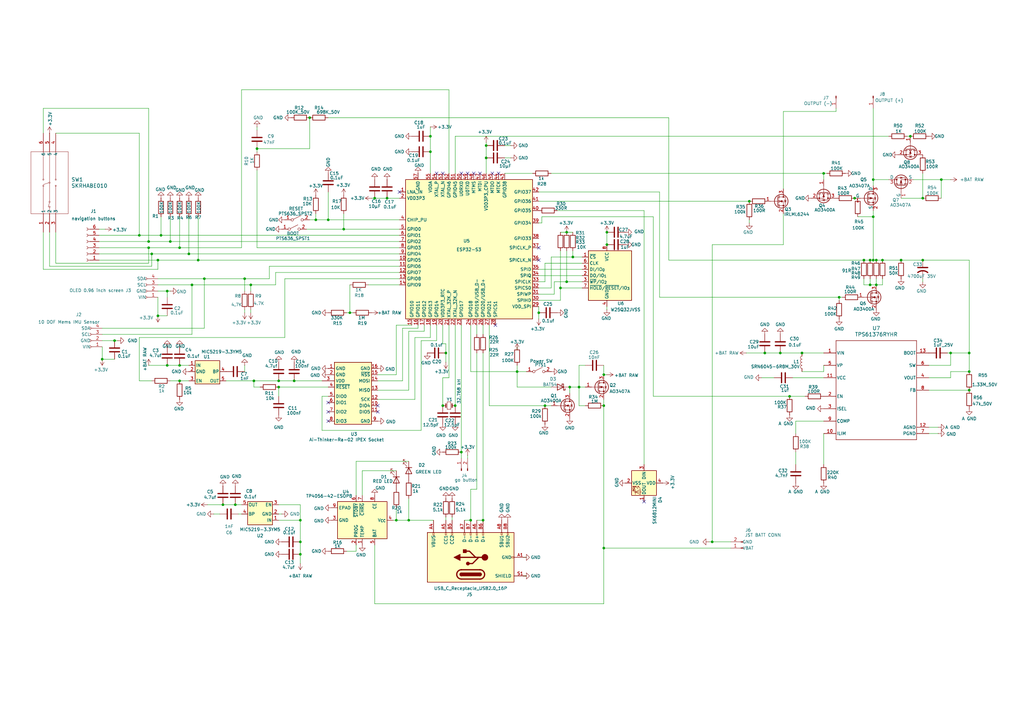
<source format=kicad_sch>
(kicad_sch (version 20250114) (generator "eeschema") (generator_version "9.0")
  (paper "A3")
  (junction (at 220.98 128.27))
  (junction (at 96.52 207.01))
  (junction (at 247.65 166.37))
  (junction (at 114.3 158.75))
  (junction (at 69.85 99.06))
  (junction (at 212.09 152.4))
  (junction (at 233.68 158.75))
  (junction (at 292.1 222.25))
  (junction (at 344.17 121.92))
  (junction (at 114.3 156.21))
  (junction (at 64.77 129.54))
  (junction (at 397.51 144.78))
  (junction (at 123.19 222.25))
  (junction (at 62.23 104.14))
  (junction (at 134.62 90.17))
  (junction (at 60.96 99.06))
  (junction (at 167.64 213.36))
  (junction (at 198.12 213.36))
  (junction (at 356.87 106.68))
  (junction (at 81.28 106.68))
  (junction (at 358.14 73.66))
  (junction (at 189.23 185.42))
  (junction (at 223.52 166.37))
  (junction (at 77.47 104.14))
  (junction (at 248.92 100.33))
  (junction (at 232.41 95.25))
  (junction (at 181.61 166.37))
  (junction (at 176.53 62.23))
  (junction (at 120.65 156.21))
  (junction (at 358.14 106.68))
  (junction (at 378.46 106.68))
  (junction (at 60.96 101.6))
  (junction (at 389.89 144.78))
  (junction (at 158.75 81.28))
  (junction (at 356.87 116.84))
  (junction (at 358.14 88.9))
  (junction (at 182.88 144.78))
  (junction (at 127 48.26))
  (junction (at 176.53 55.88))
  (junction (at 64.77 106.68))
  (junction (at 123.19 227.33))
  (junction (at 307.34 82.55))
  (junction (at 378.46 81.28))
  (junction (at 41.91 147.32))
  (junction (at 313.69 144.78))
  (junction (at 186.69 166.37))
  (junction (at 57.15 96.52))
  (junction (at 68.58 149.86))
  (junction (at 104.14 156.21))
  (junction (at 373.38 55.88))
  (junction (at 143.51 128.27))
  (junction (at 232.41 115.57))
  (junction (at 66.04 96.52))
  (junction (at 320.04 144.78))
  (junction (at 199.39 59.69))
  (junction (at 234.95 105.41))
  (junction (at 247.65 153.67))
  (junction (at 328.93 144.78))
  (junction (at 153.67 81.28))
  (junction (at 337.82 71.12))
  (junction (at 359.41 116.84))
  (junction (at 46.99 139.7))
  (junction (at 354.33 106.68))
  (junction (at 193.04 213.36))
  (junction (at 162.56 213.36))
  (junction (at 361.95 106.68))
  (junction (at 247.65 224.79))
  (junction (at 140.97 93.98))
  (junction (at 386.08 73.66))
  (junction (at 91.44 207.01))
  (junction (at 229.87 118.11))
  (junction (at 73.66 149.86))
  (junction (at 68.58 119.38))
  (junction (at 323.85 162.56))
  (junction (at 73.66 101.6))
  (junction (at 78.74 116.84))
  (junction (at 100.33 114.3))
  (junction (at 397.51 160.02))
  (junction (at 359.41 106.68))
  (junction (at 369.57 106.68))
  (junction (at 73.66 156.21))
  (junction (at 397.51 152.4))
  (junction (at 129.54 90.17))
  (junction (at 105.41 60.96))
  (junction (at 237.49 158.75))
  (junction (at 350.52 81.28))
  (junction (at 248.92 95.25))
  (junction (at 102.87 116.84))
  (junction (at 83.82 114.3))
  (junction (at 123.19 213.36))
  (junction (at 199.39 64.77))
  (no_connect (at 181.61 71.12))
  (no_connect (at 134.62 168.91))
  (no_connect (at 203.2 133.35))
  (no_connect (at 189.23 71.12))
  (no_connect (at 163.83 78.74))
  (no_connect (at 154.94 168.91))
  (no_connect (at 191.77 71.12))
  (no_connect (at 179.07 71.12))
  (no_connect (at 134.62 172.72))
  (no_connect (at 264.16 205.74))
  (no_connect (at 220.98 106.68))
  (no_connect (at 194.31 71.12))
  (no_connect (at 201.93 71.12))
  (no_connect (at 154.94 166.37))
  (no_connect (at 220.98 101.6))
  (no_connect (at 134.62 165.1))
  (no_connect (at 204.47 71.12))
  (no_connect (at 196.85 71.12))
  (wire (pts (xy 344.17 123.19) (xy 344.17 121.92)))
  (wire (pts (xy 248.92 95.25) (xy 248.92 100.33)))
  (wire (pts (xy 154.94 153.67) (xy 162.56 153.67)))
  (wire (pts (xy 212.09 152.4) (xy 215.9 152.4)))
  (wire (pts (xy 123.19 207.01) (xy 123.19 213.36)))
  (wire (pts (xy 62.23 104.14) (xy 77.47 104.14)))
  (wire (pts (xy 60.96 101.6) (xy 73.66 101.6)))
  (wire (pts (xy 214.63 228.6) (xy 215.9 228.6)))
  (wire (pts (xy 182.88 140.97) (xy 182.88 144.78)))
  (wire (pts (xy 186.69 55.88) (xy 186.69 71.12)))
  (wire (pts (xy 314.96 82.55) (xy 313.69 82.55)))
  (wire (pts (xy 321.31 100.33) (xy 292.1 100.33)))
  (wire (pts (xy 110.49 109.22) (xy 163.83 109.22)))
  (wire (pts (xy 172.72 139.7) (xy 172.72 176.53)))
  (wire (pts (xy 320.04 144.78) (xy 328.93 144.78)))
  (wire (pts (xy 358.14 86.36) (xy 358.14 88.9)))
  (wire (pts (xy 176.53 133.35) (xy 176.53 138.43)))
  (wire (pts (xy 68.58 119.38) (xy 68.58 121.92)))
  (wire (pts (xy 167.64 135.89) (xy 173.99 135.89)))
  (wire (pts (xy 165.1 156.21) (xy 165.1 134.62)))
  (wire (pts (xy 337.82 152.4) (xy 337.82 149.86)))
  (wire (pts (xy 132.08 156.21) (xy 120.65 156.21)))
  (wire (pts (xy 328.93 144.78) (xy 337.82 144.78)))
  (wire (pts (xy 397.51 106.68) (xy 397.51 144.78)))
  (wire (pts (xy 195.58 133.35) (xy 195.58 137.16)))
  (wire (pts (xy 125.73 93.98) (xy 140.97 93.98)))
  (wire (pts (xy 344.17 121.92) (xy 345.44 121.92)))
  (wire (pts (xy 127 60.96) (xy 105.41 60.96)))
  (wire (pts (xy 389.89 154.94) (xy 389.89 152.4)))
  (wire (pts (xy 105.41 53.34) (xy 105.41 52.07)))
  (wire (pts (xy 146.05 226.06) (xy 142.24 226.06)))
  (wire (pts (xy 99.06 36.83) (xy 184.15 36.83)))
  (wire (pts (xy 223.52 115.57) (xy 220.98 115.57)))
  (wire (pts (xy 81.28 106.68) (xy 163.83 106.68)))
  (wire (pts (xy 307.34 90.17) (xy 307.34 91.44)))
  (wire (pts (xy 218.44 71.12) (xy 207.01 71.12)))
  (wire (pts (xy 60.96 44.45) (xy 60.96 99.06)))
  (wire (pts (xy 267.97 88.9) (xy 267.97 162.56)))
  (wire (pts (xy 22.86 95.25) (xy 22.86 107.95)))
  (wire (pts (xy 176.53 138.43) (xy 170.18 138.43)))
  (wire (pts (xy 64.77 129.54) (xy 68.58 129.54)))
  (wire (pts (xy 176.53 52.07) (xy 176.53 55.88)))
  (wire (pts (xy 337.82 71.12) (xy 337.82 73.66)))
  (wire (pts (xy 200.66 166.37) (xy 200.66 133.35)))
  (wire (pts (xy 264.16 86.36) (xy 228.6 86.36)))
  (wire (pts (xy 227.33 120.65) (xy 220.98 120.65)))
  (wire (pts (xy 351.79 81.28) (xy 350.52 81.28)))
  (wire (pts (xy 22.86 54.61) (xy 57.15 54.61)))
  (wire (pts (xy 146.05 189.23) (xy 146.05 203.2)))
  (wire (pts (xy 359.41 116.84) (xy 361.95 116.84)))
  (wire (pts (xy 114.3 158.75) (xy 114.3 162.56)))
  (wire (pts (xy 68.58 119.38) (xy 64.77 119.38)))
  (wire (pts (xy 78.74 116.84) (xy 102.87 116.84)))
  (wire (pts (xy 41.91 139.7) (xy 46.99 139.7)))
  (wire (pts (xy 143.51 128.27) (xy 142.24 128.27)))
  (wire (pts (xy 369.57 81.28) (xy 378.46 81.28)))
  (wire (pts (xy 69.85 156.21) (xy 73.66 156.21)))
  (wire (pts (xy 100.33 128.27) (xy 100.33 127)))
  (wire (pts (xy 116.84 114.3) (xy 116.84 138.43)))
  (wire (pts (xy 227.33 115.57) (xy 227.33 120.65)))
  (wire (pts (xy 83.82 114.3) (xy 100.33 114.3)))
  (wire (pts (xy 110.49 114.3) (xy 110.49 109.22)))
  (wire (pts (xy 199.39 64.77) (xy 199.39 71.12)))
  (wire (pts (xy 389.89 144.78) (xy 397.51 144.78)))
  (wire (pts (xy 189.23 133.35) (xy 189.23 185.42)))
  (wire (pts (xy 62.23 109.22) (xy 62.23 104.14)))
  (wire (pts (xy 167.64 213.36) (xy 177.8 213.36)))
  (wire (pts (xy 144.78 128.27) (xy 143.51 128.27)))
  (wire (pts (xy 167.64 189.23) (xy 146.05 189.23)))
  (wire (pts (xy 57.15 96.52) (xy 66.04 96.52)))
  (wire (pts (xy 162.56 213.36) (xy 167.64 213.36)))
  (wire (pts (xy 220.98 82.55) (xy 307.34 82.55)))
  (wire (pts (xy 270.51 121.92) (xy 344.17 121.92)))
  (wire (pts (xy 64.77 106.68) (xy 81.28 106.68)))
  (wire (pts (xy 152.4 81.28) (xy 153.67 81.28)))
  (wire (pts (xy 176.53 71.12) (xy 176.53 62.23)))
  (wire (pts (xy 179.07 139.7) (xy 179.07 133.35)))
  (wire (pts (xy 96.52 207.01) (xy 99.06 207.01)))
  (wire (pts (xy 163.83 111.76) (xy 113.03 111.76)))
  (wire (pts (xy 64.77 110.49) (xy 64.77 106.68)))
  (wire (pts (xy 226.06 105.41) (xy 226.06 118.11)))
  (wire (pts (xy 182.88 213.36) (xy 182.88 212.09)))
  (wire (pts (xy 389.89 144.78) (xy 389.89 149.86)))
  (wire (pts (xy 57.15 138.43) (xy 57.15 156.21)))
  (wire (pts (xy 220.98 130.81) (xy 220.98 128.27)))
  (wire (pts (xy 325.12 154.94) (xy 337.82 154.94)))
  (wire (pts (xy 129.54 90.17) (xy 134.62 90.17)))
  (wire (pts (xy 134.62 90.17) (xy 163.83 90.17)))
  (wire (pts (xy 123.19 231.14) (xy 123.19 227.33)))
  (wire (pts (xy 234.95 102.87) (xy 234.95 105.41)))
  (wire (pts (xy 73.66 88.9) (xy 73.66 101.6)))
  (wire (pts (xy 185.42 213.36) (xy 185.42 212.09)))
  (wire (pts (xy 212.09 158.75) (xy 226.06 158.75)))
  (wire (pts (xy 64.77 121.92) (xy 64.77 129.54)))
  (wire (pts (xy 116.84 114.3) (xy 163.83 114.3)))
  (wire (pts (xy 66.04 96.52) (xy 163.83 96.52)))
  (wire (pts (xy 237.49 166.37) (xy 237.49 158.75)))
  (wire (pts (xy 181.61 154.94) (xy 184.15 154.94)))
  (wire (pts (xy 232.41 95.25) (xy 234.95 95.25)))
  (wire (pts (xy 292.1 222.25) (xy 290.83 222.25)))
  (wire (pts (xy 237.49 149.86) (xy 237.49 158.75)))
  (wire (pts (xy 389.89 152.4) (xy 397.51 152.4)))
  (wire (pts (xy 388.62 144.78) (xy 389.89 144.78)))
  (wire (pts (xy 313.69 144.78) (xy 320.04 144.78)))
  (wire (pts (xy 193.04 133.35) (xy 193.04 152.4)))
  (wire (pts (xy 17.78 54.61) (xy 17.78 44.45)))
  (wire (pts (xy 212.09 152.4) (xy 212.09 158.75)))
  (wire (pts (xy 222.25 88.9) (xy 267.97 88.9)))
  (wire (pts (xy 195.58 200.66) (xy 193.04 200.66)))
  (wire (pts (xy 292.1 100.33) (xy 292.1 222.25)))
  (wire (pts (xy 114.3 213.36) (xy 123.19 213.36)))
  (wire (pts (xy 342.9 45.72) (xy 342.9 44.45)))
  (wire (pts (xy 99.06 210.82) (xy 97.79 210.82)))
  (wire (pts (xy 165.1 134.62) (xy 171.45 134.62)))
  (wire (pts (xy 229.87 95.25) (xy 232.41 95.25)))
  (wire (pts (xy 48.26 139.7) (xy 46.99 139.7)))
  (wire (pts (xy 40.64 93.98) (xy 43.18 93.98)))
  (wire (pts (xy 171.45 134.62) (xy 171.45 133.35)))
  (wire (pts (xy 214.63 236.22) (xy 215.9 236.22)))
  (wire (pts (xy 313.69 144.78) (xy 306.07 144.78)))
  (wire (pts (xy 381 149.86) (xy 389.89 149.86)))
  (wire (pts (xy 68.58 149.86) (xy 73.66 149.86)))
  (wire (pts (xy 104.14 156.21) (xy 92.71 156.21)))
  (wire (pts (xy 102.87 116.84) (xy 113.03 116.84)))
  (wire (pts (xy 100.33 149.86) (xy 100.33 152.4)))
  (wire (pts (xy 220.98 123.19) (xy 229.87 123.19)))
  (wire (pts (xy 123.19 213.36) (xy 123.19 222.25)))
  (wire (pts (xy 226.06 118.11) (xy 220.98 118.11)))
  (wire (pts (xy 40.64 101.6) (xy 60.96 101.6)))
  (wire (pts (xy 356.87 116.84) (xy 359.41 116.84)))
  (wire (pts (xy 220.98 110.49) (xy 238.76 110.49)))
  (wire (pts (xy 199.39 59.69) (xy 199.39 64.77)))
  (wire (pts (xy 182.88 140.97) (xy 181.61 140.97)))
  (wire (pts (xy 64.77 114.3) (xy 83.82 114.3)))
  (wire (pts (xy 77.47 156.21) (xy 73.66 156.21)))
  (wire (pts (xy 129.54 87.63) (xy 129.54 90.17)))
  (wire (pts (xy 233.68 161.29) (xy 233.68 158.75)))
  (wire (pts (xy 77.47 104.14) (xy 163.83 104.14)))
  (wire (pts (xy 227.33 115.57) (xy 232.41 115.57)))
  (wire (pts (xy 184.15 133.35) (xy 184.15 154.94)))
  (wire (pts (xy 247.65 224.79) (xy 299.72 224.79)))
  (wire (pts (xy 176.53 55.88) (xy 176.53 62.23)))
  (wire (pts (xy 247.65 149.86) (xy 247.65 153.67)))
  (wire (pts (xy 234.95 105.41) (xy 226.06 105.41)))
  (wire (pts (xy 60.96 149.86) (xy 68.58 149.86)))
  (wire (pts (xy 99.06 36.83) (xy 99.06 101.6)))
  (wire (pts (xy 198.12 213.36) (xy 198.12 144.78)))
  (wire (pts (xy 232.41 102.87) (xy 232.41 115.57)))
  (wire (pts (xy 73.66 149.86) (xy 77.47 149.86)))
  (wire (pts (xy 154.94 156.21) (xy 165.1 156.21)))
  (wire (pts (xy 41.91 134.62) (xy 83.82 134.62)))
  (wire (pts (xy 321.31 45.72) (xy 321.31 77.47)))
  (wire (pts (xy 361.95 116.84) (xy 361.95 114.3)))
  (wire (pts (xy 193.04 213.36) (xy 190.5 213.36)))
  (wire (pts (xy 64.77 116.84) (xy 78.74 116.84)))
  (wire (pts (xy 127 90.17) (xy 129.54 90.17)))
  (wire (pts (xy 274.32 106.68) (xy 354.33 106.68)))
  (wire (pts (xy 240.03 166.37) (xy 237.49 166.37)))
  (wire (pts (xy 91.44 207.01) (xy 96.52 207.01)))
  (wire (pts (xy 226.06 71.12) (xy 337.82 71.12)))
  (wire (pts (xy 41.91 142.24) (xy 41.91 147.32)))
  (wire (pts (xy 358.14 106.68) (xy 356.87 106.68)))
  (wire (pts (xy 41.91 137.16) (xy 78.74 137.16)))
  (wire (pts (xy 170.18 163.83) (xy 154.94 163.83)))
  (wire (pts (xy 22.86 107.95) (xy 60.96 107.95)))
  (wire (pts (xy 359.41 106.68) (xy 361.95 106.68)))
  (wire (pts (xy 153.67 81.28) (xy 158.75 81.28)))
  (wire (pts (xy 151.13 116.84) (xy 163.83 116.84)))
  (wire (pts (xy 17.78 110.49) (xy 64.77 110.49)))
  (wire (pts (xy 184.15 71.12) (xy 184.15 36.83)))
  (wire (pts (xy 354.33 116.84) (xy 356.87 116.84)))
  (wire (pts (xy 81.28 88.9) (xy 81.28 106.68)))
  (wire (pts (xy 40.64 104.14) (xy 62.23 104.14)))
  (wire (pts (xy 212.09 149.86) (xy 212.09 152.4)))
  (wire (pts (xy 73.66 101.6) (xy 99.06 101.6)))
  (wire (pts (xy 209.55 64.77) (xy 207.01 64.77)))
  (wire (pts (xy 158.75 81.28) (xy 163.83 81.28)))
  (wire (pts (xy 199.39 58.42) (xy 199.39 59.69)))
  (wire (pts (xy 134.62 158.75) (xy 114.3 158.75)))
  (wire (pts (xy 237.49 158.75) (xy 240.03 158.75)))
  (wire (pts (xy 209.55 59.69) (xy 207.01 59.69)))
  (wire (pts (xy 20.32 109.22) (xy 62.23 109.22)))
  (wire (pts (xy 140.97 93.98) (xy 163.83 93.98)))
  (wire (pts (xy 323.85 162.56) (xy 330.2 162.56)))
  (wire (pts (xy 247.65 224.79) (xy 247.65 247.65)))
  (wire (pts (xy 248.92 127) (xy 248.92 125.73)))
  (wire (pts (xy 220.98 128.27) (xy 220.98 125.73)))
  (wire (pts (xy 69.85 99.06) (xy 163.83 99.06)))
  (wire (pts (xy 146.05 223.52) (xy 146.05 226.06)))
  (wire (pts (xy 57.15 54.61) (xy 57.15 96.52)))
  (wire (pts (xy 105.41 60.96) (xy 105.41 62.23)))
  (wire (pts (xy 267.97 162.56) (xy 323.85 162.56)))
  (wire (pts (xy 200.66 166.37) (xy 223.52 166.37)))
  (wire (pts (xy 198.12 213.36) (xy 195.58 213.36)))
  (wire (pts (xy 69.85 88.9) (xy 69.85 99.06)))
  (wire (pts (xy 181.61 140.97) (xy 181.61 133.35)))
  (wire (pts (xy 162.56 208.28) (xy 162.56 213.36)))
  (wire (pts (xy 83.82 114.3) (xy 83.82 134.62)))
  (wire (pts (xy 240.03 149.86) (xy 237.49 149.86)))
  (wire (pts (xy 358.14 73.66) (xy 358.14 76.2)))
  (wire (pts (xy 389.89 73.66) (xy 386.08 73.66)))
  (wire (pts (xy 123.19 222.25) (xy 123.19 227.33)))
  (wire (pts (xy 223.52 107.95) (xy 223.52 115.57)))
  (wire (pts (xy 372.11 55.88) (xy 373.38 55.88)))
  (wire (pts (xy 85.09 207.01) (xy 91.44 207.01)))
  (wire (pts (xy 116.84 138.43) (xy 57.15 138.43)))
  (wire (pts (xy 381 175.26) (xy 384.81 175.26)))
  (wire (pts (xy 247.65 153.67) (xy 248.92 153.67)))
  (wire (pts (xy 233.68 158.75) (xy 237.49 158.75)))
  (wire (pts (xy 356.87 106.68) (xy 354.33 106.68)))
  (wire (pts (xy 351.79 121.92) (xy 353.06 121.92)))
  (wire (pts (xy 140.97 87.63) (xy 140.97 93.98)))
  (wire (pts (xy 114.3 210.82) (xy 115.57 210.82)))
  (wire (pts (xy 17.78 44.45) (xy 60.96 44.45)))
  (wire (pts (xy 328.93 152.4) (xy 337.82 152.4)))
  (wire (pts (xy 41.91 147.32) (xy 46.99 147.32)))
  (wire (pts (xy 172.72 139.7) (xy 179.07 139.7)))
  (wire (pts (xy 264.16 86.36) (xy 264.16 190.5)))
  (wire (pts (xy 127 48.26) (xy 127 60.96)))
  (wire (pts (xy 229.87 118.11) (xy 229.87 123.19)))
  (wire (pts (xy 66.04 88.9) (xy 66.04 96.52)))
  (wire (pts (xy 354.33 116.84) (xy 354.33 114.3)))
  (wire (pts (xy 378.46 106.68) (xy 397.51 106.68)))
  (wire (pts (xy 163.83 101.6) (xy 105.41 101.6)))
  (wire (pts (xy 120.65 156.21) (xy 114.3 156.21)))
  (wire (pts (xy 229.87 102.87) (xy 229.87 118.11)))
  (wire (pts (xy 167.64 204.47) (xy 167.64 213.36)))
  (wire (pts (xy 220.98 113.03) (xy 238.76 113.03)))
  (wire (pts (xy 386.08 73.66) (xy 386.08 81.28)))
  (wire (pts (xy 361.95 106.68) (xy 369.57 106.68)))
  (wire (pts (xy 105.41 69.85) (xy 105.41 101.6)))
  (wire (pts (xy 191.77 186.69) (xy 191.77 187.96)))
  (wire (pts (xy 193.04 152.4) (xy 212.09 152.4)))
  (wire (pts (xy 270.51 78.74) (xy 220.98 78.74)))
  (wire (pts (xy 337.82 172.72) (xy 326.39 172.72)))
  (wire (pts (xy 238.76 107.95) (xy 223.52 107.95)))
  (wire (pts (xy 381 154.94) (xy 389.89 154.94)))
  (wire (pts (xy 78.74 116.84) (xy 78.74 137.16)))
  (wire (pts (xy 358.14 44.45) (xy 358.14 73.66)))
  (wire (pts (xy 161.29 213.36) (xy 162.56 213.36)))
  (wire (pts (xy 381 160.02) (xy 397.51 160.02)))
  (wire (pts (xy 40.64 99.06) (xy 60.96 99.06)))
  (wire (pts (xy 326.39 172.72) (xy 326.39 177.8)))
  (wire (pts (xy 238.76 105.41) (xy 234.95 105.41)))
  (wire (pts (xy 182.88 144.78) (xy 182.88 148.59)))
  (wire (pts (xy 17.78 95.25) (xy 17.78 110.49)))
  (wire (pts (xy 172.72 176.53) (xy 132.08 176.53)))
  (wire (pts (xy 57.15 156.21) (xy 62.23 156.21)))
  (wire (pts (xy 162.56 133.35) (xy 168.91 133.35)))
  (wire (pts (xy 369.57 106.68) (xy 378.46 106.68)))
  (wire (pts (xy 397.51 144.78) (xy 397.51 152.4)))
  (wire (pts (xy 20.32 95.25) (xy 20.32 109.22)))
  (wire (pts (xy 342.9 45.72) (xy 321.31 45.72)))
  (wire (pts (xy 378.46 114.3) (xy 378.46 115.57)))
  (wire (pts (xy 167.64 160.02) (xy 167.64 135.89)))
  (wire (pts (xy 69.85 119.38) (xy 68.58 119.38)))
  (wire (pts (xy 292.1 222.25) (xy 299.72 222.25)))
  (wire (pts (xy 270.51 78.74) (xy 270.51 121.92)))
  (wire (pts (xy 40.64 106.68) (xy 64.77 106.68)))
  (wire (pts (xy 87.63 210.82) (xy 90.17 210.82)))
  (wire (pts (xy 359.41 106.68) (xy 358.14 106.68)))
  (wire (pts (xy 40.64 96.52) (xy 57.15 96.52)))
  (wire (pts (xy 247.65 166.37) (xy 247.65 224.79)))
  (wire (pts (xy 60.96 107.95) (xy 60.96 101.6)))
  (wire (pts (xy 153.67 247.65) (xy 153.67 223.52)))
  (wire (pts (xy 134.62 162.56) (xy 132.08 162.56)))
  (wire (pts (xy 358.14 73.66) (xy 364.49 73.66)))
  (wire (pts (xy 134.62 48.26) (xy 274.32 48.26)))
  (wire (pts (xy 186.69 133.35) (xy 186.69 166.37)))
  (wire (pts (xy 100.33 114.3) (xy 110.49 114.3)))
  (wire (pts (xy 321.31 87.63) (xy 321.31 100.33)))
  (wire (pts (xy 247.65 163.83) (xy 247.65 166.37)))
  (wire (pts (xy 104.14 158.75) (xy 104.14 156.21)))
  (wire (pts (xy 232.41 115.57) (xy 238.76 115.57)))
  (wire (pts (xy 378.46 71.12) (xy 378.46 81.28)))
  (wire (pts (xy 358.14 88.9) (xy 358.14 106.68)))
  (wire (pts (xy 274.32 48.26) (xy 274.32 106.68)))
  (wire (pts (xy 222.25 88.9) (xy 222.25 91.44)))
  (wire (pts (xy 102.87 127) (xy 102.87 128.27)))
  (wire (pts (xy 114.3 156.21) (xy 104.14 156.21)))
  (wire (pts (xy 337.82 177.8) (xy 337.82 190.5)))
  (wire (pts (xy 162.56 193.04) (xy 148.59 193.04)))
  (wire (pts (xy 339.09 71.12) (xy 337.82 71.12)))
  (wire (pts (xy 114.3 207.01) (xy 123.19 207.01)))
  (wire (pts (xy 312.42 154.94) (xy 317.5 154.94)))
  (wire (pts (xy 173.99 135.89) (xy 173.99 133.35)))
  (wire (pts (xy 181.61 154.94) (xy 181.61 166.37)))
  (wire (pts (xy 326.39 190.5) (xy 326.39 185.42)))
  (wire (pts (xy 193.04 200.66) (xy 193.04 213.36)))
  (wire (pts (xy 351.79 88.9) (xy 358.14 88.9)))
  (wire (pts (xy 198.12 137.16) (xy 198.12 133.35)))
  (wire (pts (xy 226.06 166.37) (xy 223.52 166.37)))
  (wire (pts (xy 212.09 143.51) (xy 212.09 142.24)))
  (wire (pts (xy 77.47 88.9) (xy 77.47 104.14)))
  (wire (pts (xy 162.56 153.67) (xy 162.56 133.35)))
  (wire (pts (xy 374.65 73.66) (xy 386.08 73.66)))
  (wire (pts (xy 60.96 99.06) (xy 69.85 99.06)))
  (wire (pts (xy 170.18 138.43) (xy 170.18 163.83)))
  (wire (pts (xy 153.67 247.65) (xy 247.65 247.65)))
  (wire (pts (xy 186.69 55.88) (xy 364.49 55.88)))
  (wire (pts (xy 222.25 91.44) (xy 220.98 91.44)))
  (wire (pts (xy 359.41 116.84) (xy 359.41 114.3)))
  (wire (pts (xy 100.33 114.3) (xy 100.33 119.38)))
  (wire (pts (xy 189.23 185.42) (xy 189.23 187.96)))
  (wire (pts (xy 148.59 193.04) (xy 148.59 203.2)))
  (wire (pts (xy 356.87 116.84) (xy 356.87 114.3)))
  (wire (pts (xy 113.03 111.76) (xy 113.03 116.84)))
  (wire (pts (xy 195.58 144.78) (xy 195.58 200.66)))
  (wire (pts (xy 143.51 116.84) (xy 143.51 128.27)))
  (wire (pts (xy 106.68 158.75) (xy 104.14 158.75)))
  (wire (pts (xy 381 177.8) (xy 384.81 177.8)))
  (wire (pts (xy 229.87 118.11) (xy 238.76 118.11)))
  (wire (pts (xy 102.87 116.84) (xy 102.87 119.38)))
  (wire (pts (xy 132.08 162.56) (xy 132.08 176.53)))
  (wire (pts (xy 154.94 160.02) (xy 167.64 160.02)))
  (wire (pts (xy 134.62 78.74) (xy 134.62 90.17)))
  (symbol (lib_id "Battery_Management:TP4056-42-ESOP8") (at 148.59 213.36 270) (unit 1)
    (property "Reference" "U4" (at 140.462 201.676 90) (effects (justify left)))
    (property "Value" "TP4056-42-ESOP8" (at 125.476 203.454 90) (effects (justify left)))
    (property "Footprint" "Package_SO:SOIC-8-1EP_3.9x4.9mm_P1.27mm_EP2.41x3.3mm_ThermalVias" (effects (hide yes)))
    (property "Datasheet" "https://www.lcsc.com/datasheet/lcsc_datasheet_2410121619_TOPPOWER-Nanjing-Extension-Microelectronics-TP4056-42-ESOP8_C16581.pdf" (effects (hide yes)))
    (property "Description" "1A Standalone Linear Li-ion/LiPo single-cell battery charger, 4.2V ±1% charge voltage, VCC = 4.0..8.0V, SOIC-8 (SOP-8)" (effects (hide yes)))
  )
  (symbol (lib_id "Device:C") (at 313.69 140.97 180) (unit 1)
    (property "Reference" "C29" (at 307.34 140.208 0) (effects (justify right)))
    (property "Value" "10uF" (at 306.578 142.24 0) (effects (justify right)))
    (property "Footprint" "Capacitor_SMD:C_0402_1005Metric" (effects (hide yes)))
    (property "Description" "Unpolarized capacitor" (effects (hide yes)))
  )
  (symbol (lib_name "Q_NMOS_GSD_1") (lib_id "Transistor_FET:Q_NMOS_GSD") (at 231.14 166.37 0) (unit 1)
    (property "Reference" "Q1" (at 225.806 162.306 0) (effects (justify left)))
    (property "Value" "AO3400A" (at 221.742 164.338 0) (effects (justify left)))
    (property "Footprint" "Package_TO_SOT_SMD:SOT-23" (effects (hide yes)))
    (property "Description" "N-MOSFET transistor, gate/source/drain" (effects (hide yes)))
  )
  (symbol (lib_id "Device:R") (at 100.33 123.19 0) (unit 1)
    (property "Reference" "R8" (at 97.536 121.412 0))
    (property "Value" "4.7K" (at 97.028 124.968 0))
    (property "Footprint" "Resistor_SMD:R_0402_1005Metric" (effects (hide yes)))
    (property "Description" "Resistor" (effects (hide yes)))
  )
  (symbol (lib_id "Device:R") (at 222.25 71.12 90) (unit 1)
    (property "Reference" "R28" (at 222.25 75.438 90))
    (property "Value" "1k" (at 221.996 73.152 90))
    (property "Footprint" "Resistor_SMD:R_0402_1005Metric" (effects (hide yes)))
    (property "Description" "Resistor" (effects (hide yes)))
  )
  (symbol (lib_id "power:GND") (at 378.46 115.57 0) (unit 1)
    (property "Reference" "#PWR" (effects (hide yes)))
    (property "Value" "GND" (at 377.952 119.38 0))
    (property "Description" "Power symbol creates a global label with name \"GND\" , ground" (effects (hide yes)))
    (instances (project "LORA DEV BOARD" (path "" (reference "#PWR079") (unit 1))))
  )
  (symbol (lib_id "Device:R") (at 123.19 48.26 270) (unit 1)
    (property "Reference" "R12" (at 122.682 44.196 90))
    (property "Value" "100K_50V" (at 122.174 45.974 90))
    (property "Footprint" "Resistor_SMD:R_0805_2012Metric" (effects (hide yes)))
    (property "Description" "Resistor" (effects (hide yes)))
  )
  (symbol (lib_id "Device:R") (at 182.88 208.28 180) (unit 1)
    (property "Reference" "R22" (at 179.578 207.01 0))
    (property "Value" "5.1k" (at 179.578 209.042 0))
    (property "Footprint" "Resistor_SMD:R_0402_1005Metric" (effects (hide yes)))
    (property "Description" "Resistor" (effects (hide yes)))
  )
  (symbol (lib_id "Connector:Conn_01x06_Socket") (at 35.56 101.6 180) (unit 1)
    (property "Reference" "J1" (at 38.354 86.614 0))
    (property "Value" "navigation buttons" (at 38.354 89.662 0))
    (property "Footprint" "Connector_JST:JST_GH_BM06B-GHS-TBT_1x06-1MP_P1.25mm_Vertical" (effects (hide yes)))
    (property "Description" "Generic connector, single row, 01x06, script generated" (effects (hide yes)))
  )
  (symbol (lib_id "Device:R") (at 234.95 99.06 180) (unit 1)
    (property "Reference" "R33" (at 237.998 99.314 0))
    (property "Value" "10K" (effects (hide yes)))
    (property "Footprint" "Resistor_SMD:R_0402_1005Metric" (effects (hide yes)))
    (property "Description" "Resistor" (effects (hide yes)))
  )
  (symbol (lib_id "Device:C") (at 96.52 203.2 180) (unit 1)
    (property "Reference" "C8" (at 100.838 201.422 0) (effects (justify right)))
    (property "Value" "0.1uf" (at 100.076 203.708 0) (effects (justify right)))
    (property "Footprint" "Capacitor_SMD:C_0402_1005Metric" (effects (hide yes)))
    (property "Description" "Unpolarized capacitor" (effects (hide yes)))
  )
  (symbol (lib_id "Device:R") (at 369.57 110.49 180) (unit 1)
    (property "Reference" "R51" (at 366.522 109.982 0))
    (property "Value" "50K" (at 366.522 112.014 0))
    (property "Footprint" "Resistor_SMD:R_0805_2012Metric" (effects (hide yes)))
    (property "Description" "Resistor" (effects (hide yes)))
  )
  (symbol (lib_id "power:GND") (at 69.85 119.38 90) (unit 1)
    (property "Reference" "#PWR" (effects (hide yes)))
    (property "Value" "GND" (at 72.39 119.634 90) (effects (justify right)))
    (property "Description" "Power symbol creates a global label with name \"GND\" , ground" (effects (hide yes)))
    (instances (project "LORA DEV BOARD" (path "" (reference "#PWR09") (unit 1))))
  )
  (symbol (lib_id "Device:R") (at 167.64 200.66 0) (unit 1)
    (property "Reference" "R21" (at 170.688 199.39 0))
    (property "Value" "1k" (at 170.434 201.422 0))
    (property "Footprint" "Resistor_SMD:R_0402_1005Metric" (effects (hide yes)))
    (property "Description" "Resistor" (effects (hide yes)))
  )
  (symbol (lib_id "power:GND") (at 256.54 95.25 90) (unit 1)
    (property "Reference" "#PWR" (effects (hide yes)))
    (property "Value" "GND" (at 260.096 94.996 90) (effects (justify right)))
    (property "Description" "Power symbol creates a global label with name \"GND\" , ground" (effects (hide yes)))
    (instances (project "LORA DEV BOARD" (path "" (reference "#PWR0103") (unit 1))))
  )
  (symbol (lib_id "power:GND") (at 175.26 144.78 0) (unit 1)
    (property "Reference" "#PWR" (effects (hide yes)))
    (property "Value" "GND" (at 174.752 148.844 0))
    (property "Description" "Power symbol creates a global label with name \"GND\" , ground" (effects (hide yes)))
    (instances (project "LORA DEV BOARD" (path "" (reference "#PWR045") (unit 1))))
  )
  (symbol (lib_id "power:GND") (at 114.3 170.18 0) (unit 1)
    (property "Reference" "#PWR" (effects (hide yes)))
    (property "Value" "GND" (at 114.3 175.26 0))
    (property "Description" "Power symbol creates a global label with name \"GND\" , ground" (effects (hide yes)))
    (instances (project "LORA DEV BOARD" (path "" (reference "#PWR021") (unit 1))))
  )
  (symbol (lib_id "power:GND") (at 208.28 213.36 180) (unit 1)
    (property "Reference" "#PWR" (effects (hide yes)))
    (property "Value" "GND" (at 208.28 208.28 90))
    (property "Description" "Power symbol creates a global label with name \"GND\" , ground" (effects (hide yes)))
    (instances (project "LORA DEV BOARD" (path "" (reference "#PWR098") (unit 1))))
  )
  (symbol (lib_id "power:GND") (at 153.67 73.66 180) (unit 1)
    (property "Reference" "#PWR" (effects (hide yes)))
    (property "Value" "GND" (at 152.146 69.342 0) (effects (justify right)))
    (property "Description" "Power symbol creates a global label with name \"GND\" , ground" (effects (hide yes)))
    (instances (project "LORA DEV BOARD" (path "" (reference "#PWR040") (unit 1))))
  )
  (symbol (lib_id "LED:SK6812MINI") (at 264.16 198.12 270) (unit 1)
    (property "Reference" "D4" (at 270.764 204.978 0))
    (property "Value" "SK6812MINI" (at 268.478 209.296 0))
    (property "Footprint" "LED_SMD:LED_SK6812MINI_PLCC4_3.5x3.5mm_P1.75mm" (effects (hide yes)))
    (property "Datasheet" "https://cdn-shop.adafruit.com/product-files/2686/SK6812MINI_REV.01-1-2.pdf" (effects (hide yes)))
    (property "Description" "RGB LED with integrated controller" (effects (hide yes)))
  )
  (symbol (lib_id "Device:C") (at 179.07 144.78 270) (unit 1)
    (property "Reference" "C20" (at 181.102 148.336 90) (effects (justify right)))
    (property "Value" "0.1uf" (at 181.61 141.478 90) (effects (justify right)))
    (property "Footprint" "Capacitor_SMD:C_0402_1005Metric" (effects (hide yes)))
    (property "Description" "Unpolarized capacitor" (effects (hide yes)))
  )
  (symbol (lib_id "Device:C") (at 68.58 146.05 180) (unit 1)
    (property "Reference" "C3" (at 62.484 143.764 0) (effects (justify right)))
    (property "Value" "4.7uf" (at 61.214 145.796 0) (effects (justify right)))
    (property "Footprint" "Capacitor_SMD:C_0402_1005Metric" (effects (hide yes)))
    (property "Description" "Unpolarized capacitor" (effects (hide yes)))
  )
  (symbol (lib_id "power:GND") (at 209.55 59.69 90) (unit 1)
    (property "Reference" "#PWR" (effects (hide yes)))
    (property "Value" "GND" (at 214.63 59.69 90))
    (property "Description" "Power symbol creates a global label with name \"GND\" , ground" (effects (hide yes)))
    (instances (project "LORA DEV BOARD" (path "" (reference "#PWR051") (unit 1))))
  )
  (symbol (lib_id "Device:R") (at 232.41 99.06 180) (unit 1)
    (property "Reference" "R32" (at 237.998 97.536 0))
    (property "Value" "10K" (effects (hide yes)))
    (property "Footprint" "Resistor_SMD:R_0402_1005Metric" (effects (hide yes)))
    (property "Description" "Resistor" (effects (hide yes)))
  )
  (symbol (lib_id "power:GND") (at 312.42 154.94 270) (unit 1)
    (property "Reference" "#PWR" (effects (hide yes)))
    (property "Value" "GND" (at 307.086 154.686 90))
    (property "Description" "Power symbol creates a global label with name \"GND\" , ground" (effects (hide yes)))
    (instances (project "LORA BOARD" (path "" (reference "#PWR0109") (unit 1))))
  )
  (symbol (lib_id "power:GND") (at 73.66 81.28 180) (unit 1)
    (property "Reference" "#PWR" (effects (hide yes)))
    (property "Value" "GND" (at 71.882 77.978 0) (effects (justify right)))
    (property "Description" "Power symbol creates a global label with name \"GND\" , ground" (effects (hide yes)))
    (instances (project "LORA DEV BOARD" (path "" (reference "#PWR017") (unit 1))))
  )
  (symbol (lib_id "Connector:Conn_01x01_Pin") (at 342.9 39.37 270) (unit 1)
    (property "Reference" "J7" (at 337.566 40.132 90) (effects (justify left)))
    (property "Value" "OUTPUT (-)" (at 329.692 42.418 90) (effects (justify left)))
    (property "Footprint" "TestPoint:TestPoint_Pad_D3.0mm" (effects (hide yes)))
    (property "Description" "Generic connector, single row, 01x01, script generated" (effects (hide yes)))
  )
  (symbol (lib_id "power:GND") (at 209.55 64.77 90) (unit 1)
    (property "Reference" "#PWR" (effects (hide yes)))
    (property "Value" "GND" (at 214.63 64.77 90))
    (property "Description" "Power symbol creates a global label with name \"GND\" , ground" (effects (hide yes)))
    (instances (project "LORA DEV BOARD" (path "" (reference "#PWR052") (unit 1))))
  )
  (symbol (lib_id "power:GND") (at 168.91 55.88 270) (unit 1)
    (property "Reference" "#PWR" (effects (hide yes)))
    (property "Value" "GND" (at 163.83 55.88 90))
    (property "Description" "Power symbol creates a global label with name \"GND\" , ground" (effects (hide yes)))
    (instances (project "LORA DEV BOARD" (path "" (reference "#PWR0104") (unit 1))))
  )
  (symbol (lib_id "Device:R") (at 361.95 110.49 0) (unit 1)
    (property "Reference" "R49" (at 351.028 113.792 0))
    (property "Value" "91R" (at 347.218 110.998 0))
    (property "Footprint" "Resistor_SMD:R_0603_1608Metric" (effects (hide yes)))
    (property "Description" "Resistor" (effects (hide yes)))
  )
  (symbol (lib_id "power:+BATT") (at 306.07 144.78 90) (unit 1)
    (property "Reference" "#PWR" (effects (hide yes)))
    (property "Value" "+BAT RAW" (at 303.022 144.78 90) (effects (justify left)))
    (property "Description" "Power symbol creates a global label with name \"+BATT\"" (effects (hide yes)))
    (instances (project "" (path "" (reference "#PWR084") (unit 1))))
  )
  (symbol (lib_id "Device:C") (at 181.61 170.18 0) (unit 1)
    (property "Reference" "C21" (at 179.578 172.212 0) (effects (justify right)))
    (property "Value" "12.5pF" (at 180.086 174.244 0) (effects (justify right)))
    (property "Footprint" "Capacitor_SMD:C_0402_1005Metric" (effects (hide yes)))
    (property "Description" "Unpolarized capacitor" (effects (hide yes)))
  )
  (symbol (lib_id "power:+3.3V") (at 85.09 207.01 90) (unit 1)
    (property "Reference" "#PWR" (effects (hide yes)))
    (property "Value" "+3.3V" (at 79.248 207.01 90))
    (property "Description" "Power symbol creates a global label with name \"+3.3V\"" (effects (hide yes)))
    (instances (project "LORA DEV BOARD" (path "" (reference "#PWR016") (unit 1))))
  )
  (symbol (lib_id "Connector:USB_C_Receptacle_USB2.0_16P") (at 193.04 228.6 90) (unit 1)
    (property "Reference" "J5" (at 192.532 243.84 90))
    (property "Value" "USB_C_Receptacle_USB2.0_16P" (at 193.04 241.3 90))
    (property "Footprint" "Connector_USB:USB_C_Receptacle_HRO_TYPE-C-31-M-12" (effects (hide yes)))
    (property "Datasheet" "https://www.usb.org/sites/default/files/documents/usb_type-c.zip" (effects (hide yes)))
    (property "Description" "USB 2.0-only 16P Type-C Receptacle connector" (effects (hide yes)))
  )
  (symbol (lib_id "Device:R") (at 397.51 163.83 180) (unit 1)
    (property "Reference" "R56" (at 401.066 163.068 0))
    (property "Value" "47k_50V" (at 402.844 165.608 0))
    (property "Footprint" "Resistor_SMD:R_0805_2012Metric" (effects (hide yes)))
    (property "Description" "Resistor" (effects (hide yes)))
  )
  (symbol (lib_id "power:GND") (at 344.17 130.81 0) (unit 1)
    (property "Reference" "#PWR" (effects (hide yes)))
    (property "Value" "GND" (at 344.17 134.874 0))
    (property "Description" "Power symbol creates a global label with name \"GND\" , ground" (effects (hide yes)))
    (instances (project "LORA DEV BOARD" (path "" (reference "#PWR072") (unit 1))))
  )
  (symbol (lib_id "power:GNDA") (at 323.85 170.18 0) (unit 1)
    (property "Reference" "#PWR" (effects (hide yes)))
    (property "Value" "A GND" (at 325.374 173.736 0) (effects (justify right)))
    (property "Description" "Power symbol creates a global label with name \"GNDA\" , analog ground" (effects (hide yes)))
    (instances (project "LORA BOARD" (path "" (reference "#PWR011") (unit 1))))
  )
  (symbol (lib_id "Switch:SW_SPST") (at 120.65 93.98 0) (unit 1)
    (property "Reference" "PTS636_SPST1" (at 120.142 97.79 0))
    (property "Value" "BOOT" (at 120.142 95.758 0))
    (property "Footprint" "Button_Switch_SMD:SW_Tactile_SPST_NO_Straight_CK_PTS636Sx25SMTRLFS" (effects (hide yes)))
    (property "Description" "Single Pole Single Throw (SPST) switch" (effects (hide yes)))
  )
  (symbol (lib_id "power:+3.3V") (at 64.77 129.54 180) (unit 1)
    (property "Reference" "#PWR" (effects (hide yes)))
    (property "Value" "+3.3V" (at 59.944 130.302 0))
    (property "Description" "Power symbol creates a global label with name \"+3.3V\"" (effects (hide yes)))
    (instances (project "LORA DEV BOARD" (path "" (reference "#PWR07") (unit 1))))
  )
  (symbol (lib_id "power:GND") (at 337.82 167.64 270) (unit 1)
    (property "Reference" "#PWR" (effects (hide yes)))
    (property "Value" "GND" (at 332.486 167.386 90))
    (property "Description" "Power symbol creates a global label with name \"GND\" , ground" (effects (hide yes)))
    (instances (project "LORA BOARD" (path "" (reference "#PWR0110") (unit 1))))
  )
  (symbol (lib_id "Device:R") (at 342.9 71.12 270) (unit 1)
    (property "Reference" "R41" (at 342.9 66.802 90))
    (property "Value" "100K" (at 343.154 69.088 90))
    (property "Footprint" "Resistor_SMD:R_0402_1005Metric" (effects (hide yes)))
    (property "Description" "Resistor" (effects (hide yes)))
  )
  (symbol (lib_id "power:GND") (at 115.57 222.25 270) (unit 1)
    (property "Reference" "#PWR" (effects (hide yes)))
    (property "Value" "GND" (at 112.522 222.25 90) (effects (justify right)))
    (property "Description" "Power symbol creates a global label with name \"GND\" , ground" (effects (hide yes)))
    (instances (project "LORA DEV BOARD" (path "" (reference "#PWR087") (unit 1))))
  )
  (symbol (lib_id "Device:C") (at 321.31 154.94 90) (unit 1)
    (property "Reference" "C31" (at 319.786 158.496 90) (effects (justify right)))
    (property "Value" "1uf" (at 320.294 160.02 90) (effects (justify right)))
    (property "Footprint" "Capacitor_SMD:C_0402_1005Metric" (effects (hide yes)))
    (property "Description" "Unpolarized capacitor" (effects (hide yes)))
  )
  (symbol (lib_id "power:GNDA") (at 326.39 198.12 0) (unit 1)
    (property "Reference" "#PWR" (effects (hide yes)))
    (property "Value" "A GND" (at 329.438 201.676 0) (effects (justify right)))
    (property "Description" "Power symbol creates a global label with name \"GNDA\" , analog ground" (effects (hide yes)))
    (instances (project "LORA BOARD" (path "" (reference "#PWR06") (unit 1))))
  )
  (symbol (lib_id "Device:R") (at 359.41 110.49 0) (unit 1)
    (property "Reference" "R48" (at 351.028 112.014 0))
    (property "Value" "91R" (effects (hide yes)))
    (property "Footprint" "Resistor_SMD:R_0603_1608Metric" (effects (hide yes)))
    (property "Description" "Resistor" (effects (hide yes)))
  )
  (symbol (lib_id "power:GND") (at 69.85 81.28 180) (unit 1)
    (property "Reference" "#PWR" (effects (hide yes)))
    (property "Value" "GND" (at 68.326 76.962 0) (effects (justify right)))
    (property "Description" "Power symbol creates a global label with name \"GND\" , ground" (effects (hide yes)))
    (instances (project "LORA DEV BOARD" (path "" (reference "#PWR014") (unit 1))))
  )
  (symbol (lib_id "Device:C") (at 46.99 143.51 180) (unit 1)
    (property "Reference" "C1" (at 49.784 144.272 0) (effects (justify right)))
    (property "Value" "0.1uF" (at 48.26 146.05 0) (effects (justify right)))
    (property "Footprint" "Capacitor_SMD:C_0402_1005Metric" (effects (hide yes)))
    (property "Description" "Unpolarized capacitor" (effects (hide yes)))
  )
  (symbol (lib_id "power:GND") (at 158.75 73.66 180) (unit 1)
    (property "Reference" "#PWR" (effects (hide yes)))
    (property "Value" "GND" (at 156.972 69.342 0) (effects (justify right)))
    (property "Description" "Power symbol creates a global label with name \"GND\" , ground" (effects (hide yes)))
    (instances (project "LORA DEV BOARD" (path "" (reference "#PWR044") (unit 1))))
  )
  (symbol (lib_id "Device:R") (at 323.85 166.37 0) (unit 1)
    (property "Reference" "R37" (at 320.802 166.878 0))
    (property "Value" "100K" (at 320.04 165.1 0))
    (property "Footprint" "Resistor_SMD:R_0402_1005Metric" (effects (hide yes)))
    (property "Description" "Resistor" (effects (hide yes)))
  )
  (symbol (lib_id "power:GND") (at 368.3 63.5 270) (unit 1)
    (property "Reference" "#PWR" (effects (hide yes)))
    (property "Value" "GND" (at 363.982 63.5 90))
    (property "Description" "Power symbol creates a global label with name \"GND\" , ground" (effects (hide yes)))
    (instances (project "LORA DEV BOARD" (path "" (reference "#PWR071") (unit 1))))
  )
  (symbol (lib_id "power:GND") (at 96.52 199.39 180) (unit 1)
    (property "Reference" "#PWR" (effects (hide yes)))
    (property "Value" "GND" (at 94.996 195.326 0) (effects (justify right)))
    (property "Description" "Power symbol creates a global label with name \"GND\" , ground" (effects (hide yes)))
    (instances (project "LORA DEV BOARD" (path "" (reference "#PWR088") (unit 1))))
  )
  (symbol (lib_id "Device:C") (at 73.66 146.05 180) (unit 1)
    (property "Reference" "C4" (at 75.946 143.51 0) (effects (justify right)))
    (property "Value" "0.1uf" (at 76.708 146.05 0) (effects (justify right)))
    (property "Footprint" "Capacitor_SMD:C_0402_1005Metric" (effects (hide yes)))
    (property "Description" "Unpolarized capacitor" (effects (hide yes)))
  )
  (symbol (lib_id "Device:R") (at 346.71 81.28 90) (unit 1)
    (property "Reference" "R43" (at 345.44 77.216 90))
    (property "Value" "100R" (at 345.948 79.248 90))
    (property "Footprint" "Resistor_SMD:R_0402_1005Metric" (effects (hide yes)))
    (property "Description" "Resistor" (effects (hide yes)))
  )
  (symbol (lib_id "power:+3.3V") (at 191.77 186.69 0) (unit 1)
    (property "Reference" "#PWR" (effects (hide yes)))
    (property "Value" "+3.3V" (at 191.77 183.388 0))
    (property "Description" "Power symbol creates a global label with name \"+3.3V\"" (effects (hide yes)))
    (instances (project "LORA DEV BOARD" (path "" (reference "#PWR095") (unit 1))))
  )
  (symbol (lib_id "power:GND") (at 154.94 151.13 90) (unit 1)
    (property "Reference" "#PWR" (effects (hide yes)))
    (property "Value" "GND" (at 160.02 151.384 90))
    (property "Description" "Power symbol creates a global label with name \"GND\" , ground" (effects (hide yes)))
    (instances (project "LORA DEV BOARD" (path "" (reference "#PWR042") (unit 1))))
  )
  (symbol (lib_id "Device:R") (at 212.09 146.05 0) (unit 1)
    (property "Reference" "R27" (at 208.788 145.288 0))
    (property "Value" "100K" (at 208.28 147.828 0))
    (property "Footprint" "Resistor_SMD:R_0402_1005Metric" (effects (hide yes)))
    (property "Description" "Resistor" (effects (hide yes)))
  )
  (symbol (lib_id "Device:R") (at 378.46 67.31 180) (unit 1)
    (property "Reference" "R53" (at 381.508 66.294 0))
    (property "Value" "100R" (at 382.27 68.326 0))
    (property "Footprint" "Resistor_SMD:R_0402_1005Metric" (effects (hide yes)))
    (property "Description" "Resistor" (effects (hide yes)))
  )
  (symbol (lib_id "power:GND") (at 73.66 142.24 180) (unit 1)
    (property "Reference" "#PWR" (effects (hide yes)))
    (property "Value" "GND" (at 71.882 141.986 0) (effects (justify right)))
    (property "Description" "Power symbol creates a global label with name \"GND\" , ground" (effects (hide yes)))
    (instances (project "LORA DEV BOARD" (path "" (reference "#PWR092") (unit 1))))
  )
  (symbol (lib_id "power:GND") (at 105.41 52.07 180) (unit 1)
    (property "Reference" "#PWR" (effects (hide yes)))
    (property "Value" "GND" (at 105.918 48.26 0))
    (property "Description" "Power symbol creates a global label with name \"GND\" , ground" (effects (hide yes)))
    (instances (project "LORA DEV BOARD" (path "" (reference "#PWR054") (unit 1))))
  )
  (symbol (lib_id "power:GND") (at 233.68 171.45 0) (unit 1)
    (property "Reference" "#PWR" (effects (hide yes)))
    (property "Value" "GND" (at 235.712 175.514 0) (effects (justify right)))
    (property "Description" "Power symbol creates a global label with name \"GND\" , ground" (effects (hide yes)))
    (instances (project "LORA DEV BOARD" (path "" (reference "#PWR065") (unit 1))))
  )
  (symbol (lib_name "Q_PMOS_GSD_1") (lib_id "Transistor_FET:Q_PMOS_GSD") (at 245.11 158.75 0) (unit 1)
    (property "Reference" "Q2" (at 249.936 157.988 0) (effects (justify left)))
    (property "Value" "AO3407A" (at 249.936 160.528 0) (effects (justify left)))
    (property "Footprint" "Package_TO_SOT_SMD:SOT-23" (effects (hide yes)))
    (property "Description" "P-MOSFET transistor, gate/source/drain" (effects (hide yes)))
  )
  (symbol (lib_id "power:GND") (at 205.74 213.36 180) (unit 1)
    (property "Reference" "#PWR" (effects (hide yes)))
    (property "Value" "GND" (at 205.74 208.28 90))
    (property "Description" "Power symbol creates a global label with name \"GND\" , ground" (effects (hide yes)))
    (instances (project "LORA DEV BOARD" (path "" (reference "#PWR099") (unit 1))))
  )
  (symbol (lib_id "power:+3.3V") (at 212.09 143.51 0) (unit 1)
    (property "Reference" "#PWR" (effects (hide yes)))
    (property "Value" "+3.3V" (at 212.09 140.208 0))
    (property "Description" "Power symbol creates a global label with name \"+3.3V\"" (effects (hide yes)))
    (instances (project "LORA DEV BOARD" (path "" (reference "#PWR055") (unit 1))))
  )
  (symbol (lib_id "Device:C") (at 224.79 128.27 90) (unit 1)
    (property "Reference" "C25" (at 222.758 124.714 90) (effects (justify right)))
    (property "Value" "0.1uf" (at 222.25 131.572 90) (effects (justify right)))
    (property "Footprint" "Capacitor_SMD:C_0402_1005Metric" (effects (hide yes)))
    (property "Description" "Unpolarized capacitor" (effects (hide yes)))
  )
  (symbol (lib_id "power:+3.3V") (at 129.54 80.01 0) (unit 1)
    (property "Reference" "#PWR" (effects (hide yes)))
    (property "Value" "+3.3V" (at 129.54 76.2 0))
    (property "Description" "Power symbol creates a global label with name \"+3.3V\"" (effects (hide yes)))
    (instances (project "LORA DEV BOARD" (path "" (reference "#PWR029") (unit 1))))
  )
  (symbol (lib_id "power:+3.3V") (at 152.4 81.28 90) (unit 1)
    (property "Reference" "#PWR" (effects (hide yes)))
    (property "Value" "+3.3V" (at 146.558 81.28 90))
    (property "Description" "Power symbol creates a global label with name \"+3.3V\"" (effects (hide yes)))
    (instances (project "LORA DEV BOARD" (path "" (reference "#PWR039") (unit 1))))
  )
  (symbol (lib_id "power:GND") (at 135.89 213.36 270) (unit 1)
    (property "Reference" "#PWR" (effects (hide yes)))
    (property "Value" "GND" (at 132.842 213.614 90) (effects (justify right)))
    (property "Description" "Power symbol creates a global label with name \"GND\" , ground" (effects (hide yes)))
    (instances (project "LORA DEV BOARD" (path "" (reference "#PWR034") (unit 1))))
  )
  (symbol (lib_id "power:+3.3V") (at 199.39 58.42 0) (unit 1)
    (property "Reference" "#PWR" (effects (hide yes)))
    (property "Value" "+3.3V" (at 198.882 54.102 0))
    (property "Description" "Power symbol creates a global label with name \"+3.3V\"" (effects (hide yes)))
    (instances (project "LORA DEV BOARD" (path "" (reference "#PWR050") (unit 1))))
  )
  (symbol (lib_name "Conn_01x04_Socket_1") (lib_id "Connector:Conn_01x04_Socket") (at 36.83 139.7 180) (unit 1)
    (property "Reference" "J2" (at 33.528 129.032 0) (effects (justify left)))
    (property "Value" "10 DOF Mems IMU Sensor" (at 40.894 132.08 0) (effects (justify left)))
    (property "Footprint" "Connector_PinSocket_2.54mm:PinSocket_1x04_P2.54mm_Vertical_SMD_Pin1Left" (effects (hide yes)))
    (property "Description" "Generic connector, single row, 01x04, script generated" (effects (hide yes)))
  )
  (symbol (lib_id "Device:C") (at 158.75 77.47 180) (unit 1)
    (property "Reference" "C17" (at 157.734 82.804 0) (effects (justify right)))
    (property "Value" "0.1uF" (at 157.226 84.836 0) (effects (justify right)))
    (property "Footprint" "Capacitor_SMD:C_0402_1005Metric" (effects (hide yes)))
    (property "Description" "Unpolarized capacitor" (effects (hide yes)))
  )
  (symbol (lib_id "Device:R") (at 243.84 166.37 270) (unit 1)
    (property "Reference" "R34" (at 243.332 162.814 90))
    (property "Value" "1M" (at 243.84 164.592 90))
    (property "Footprint" "Resistor_SMD:R_0402_1005Metric" (effects (hide yes)))
    (property "Description" "Resistor" (effects (hide yes)))
  )
  (symbol (lib_id "power:GND") (at 181.61 173.99 0) (unit 1)
    (property "Reference" "#PWR" (effects (hide yes)))
    (property "Value" "GND" (at 182.88 178.562 0) (effects (justify right)))
    (property "Description" "Power symbol creates a global label with name \"GND\" , ground" (effects (hide yes)))
    (instances (project "LORA DEV BOARD" (path "" (reference "#PWR048") (unit 1))))
  )
  (symbol (lib_id "power:+BATT") (at 152.4 128.27 270) (unit 1)
    (property "Reference" "#PWR" (effects (hide yes)))
    (property "Value" "+BAT RAW" (at 159.766 128.27 90))
    (property "Description" "Power symbol creates a global label with name \"+BATT\"" (effects (hide yes)))
    (instances (project "LORA DEV BOARD" (path "" (reference "#PWR036") (unit 1))))
  )
  (symbol (lib_id "power:GND") (at 290.83 222.25 270) (unit 1)
    (property "Reference" "#PWR" (effects (hide yes)))
    (property "Value" "GND" (at 286.766 222.25 90) (effects (justify right)))
    (property "Description" "Power symbol creates a global label with name \"GND\" , ground" (effects (hide yes)))
    (instances (project "LORA DEV BOARD" (path "" (reference "#PWR066") (unit 1))))
  )
  (symbol (lib_id "Device:R") (at 382.27 81.28 270) (unit 1)
    (property "Reference" "R54" (at 382.27 76.962 90))
    (property "Value" "100K" (at 382.524 79.248 90))
    (property "Footprint" "Resistor_SMD:R_0402_1005Metric" (effects (hide yes)))
    (property "Description" "Resistor" (effects (hide yes)))
  )
  (symbol (lib_id "Device:C") (at 172.72 55.88 270) (unit 1)
    (property "Reference" "C18" (at 173.736 50.292 90) (effects (justify right)))
    (property "Value" "1uF" (at 174.498 52.07 90) (effects (justify right)))
    (property "Footprint" "Capacitor_SMD:C_0402_1005Metric" (effects (hide yes)))
    (property "Description" "Unpolarized capacitor" (effects (hide yes)))
  )
  (symbol (lib_id "Transistor_FET:IRLML6244") (at 318.77 82.55 0) (unit 1)
    (property "Reference" "Q3" (at 321.818 85.852 0) (effects (justify left)))
    (property "Value" "IRLML6244" (at 321.564 87.884 0) (effects (justify left)))
    (property "Footprint" "Package_TO_SOT_SMD:SOT-23" (effects (hide yes)))
    (property "Datasheet" "https://www.infineon.com/dgdl/Infineon-IRLML6244-DataSheet-v01_01-EN.pdf?fileId=5546d462533600a4015356686fed261f" (effects (hide yes)))
    (property "Description" "6.3A Id, 20V Vds, 21mOhm Rds, N-Channel StrongIRFET Power MOSFET, SOT-23" (effects (hide yes)))
  )
  (symbol (lib_id "power:GND") (at 384.81 177.8 90) (unit 1)
    (property "Reference" "#PWR" (effects (hide yes)))
    (property "Value" "GND" (at 390.144 178.054 90))
    (property "Description" "Power symbol creates a global label with name \"GND\" , ground" (effects (hide yes)))
    (instances (project "LORA BOARD" (path "" (reference "#PWR0108") (unit 1))))
  )
  (symbol (lib_id "power:+3.3V") (at 271.78 198.12 270) (unit 1)
    (property "Reference" "#PWR" (effects (hide yes)))
    (property "Value" "+3.3V" (at 275.844 197.866 0))
    (property "Description" "Power symbol creates a global label with name \"+3.3V\"" (effects (hide yes)))
    (instances (project "LORA DEV BOARD" (path "" (reference "#PWR069") (unit 1))))
  )
  (symbol (lib_id "Device:R") (at 326.39 181.61 0) (unit 1)
    (property "Reference" "R38" (at 329.946 183.134 0))
    (property "Value" "100K" (at 330.2 181.102 0))
    (property "Footprint" "Resistor_SMD:R_0402_1005Metric" (effects (hide yes)))
    (property "Description" "Resistor" (effects (hide yes)))
  )
  (symbol (lib_id "Device:C") (at 172.72 62.23 90) (unit 1)
    (property "Reference" "C19" (at 167.64 63.754 90) (effects (justify right)))
    (property "Value" "0.1uF" (at 166.878 65.786 90) (effects (justify right)))
    (property "Footprint" "Capacitor_SMD:C_0402_1005Metric" (effects (hide yes)))
    (property "Description" "Unpolarized capacitor" (effects (hide yes)))
  )
  (symbol (lib_id "power:GND") (at 369.57 114.3 0) (unit 1)
    (property "Reference" "#PWR" (effects (hide yes)))
    (property "Value" "GND" (at 369.062 118.11 0))
    (property "Description" "Power symbol creates a global label with name \"GND\" , ground" (effects (hide yes)))
    (instances (project "LORA DEV BOARD" (path "" (reference "#PWR077") (unit 1))))
  )
  (symbol (lib_id "Device:R") (at 69.85 85.09 0) (unit 1)
    (property "Reference" "R3" (at 70.104 89.408 0))
    (property "Value" "100K" (at 69.85 85.09 90))
    (property "Footprint" "Resistor_SMD:R_0402_1005Metric" (effects (hide yes)))
    (property "Description" "Resistor" (effects (hide yes)))
  )
  (symbol (lib_id "Device:R") (at 66.04 85.09 0) (unit 1)
    (property "Reference" "R1" (at 63.754 88.646 0))
    (property "Value" "100K" (at 66.294 85.09 90))
    (property "Footprint" "Resistor_SMD:R_0402_1005Metric" (effects (hide yes)))
    (property "Description" "Resistor" (effects (hide yes)))
  )
  (symbol (lib_id "power:GND") (at 134.62 151.13 270) (unit 1)
    (property "Reference" "#PWR" (effects (hide yes)))
    (property "Value" "GND" (at 131.572 151.13 90) (effects (justify right)))
    (property "Description" "Power symbol creates a global label with name \"GND\" , ground" (effects (hide yes)))
    (instances (project "LORA DEV BOARD" (path "" (reference "#PWR030") (unit 1))))
  )
  (symbol (lib_id "power:GND") (at 359.41 127 0) (unit 1)
    (property "Reference" "#PWR" (effects (hide yes)))
    (property "Value" "GND" (at 359.156 130.81 0))
    (property "Description" "Power symbol creates a global label with name \"GND\" , ground" (effects (hide yes)))
    (instances (project "LORA DEV BOARD" (path "" (reference "#PWR075") (unit 1))))
  )
  (symbol (lib_id "power:+BATT") (at 248.92 153.67 270) (unit 1)
    (property "Reference" "#PWR" (effects (hide yes)))
    (property "Value" "+BAT RAW" (at 251.968 153.924 90) (effects (justify left)))
    (property "Description" "Power symbol creates a global label with name \"+BATT\"" (effects (hide yes)))
    (instances (project "LORA DEV BOARD" (path "" (reference "#PWR067") (unit 1))))
  )
  (symbol (lib_id "Device:R") (at 140.97 83.82 0) (unit 1)
    (property "Reference" "R17" (at 138.176 82.55 0))
    (property "Value" "10K" (at 137.668 85.09 0))
    (property "Footprint" "Resistor_SMD:R_0402_1005Metric" (effects (hide yes)))
    (property "Description" "Resistor" (effects (hide yes)))
  )
  (symbol (lib_id "power:GND") (at 134.62 226.06 270) (unit 1)
    (property "Reference" "#PWR" (effects (hide yes)))
    (property "Value" "GND" (at 129.794 226.06 90))
    (property "Description" "Power symbol creates a global label with name \"GND\" , ground" (effects (hide yes)))
    (instances (project "LORA DEV BOARD" (path "" (reference "#PWR032") (unit 1))))
  )
  (symbol (lib_id "Device:R") (at 195.58 140.97 0) (unit 1)
    (property "Reference" "R25" (at 202.438 143.51 0))
    (property "Value" "22R" (at 202.692 145.542 0))
    (property "Footprint" "Resistor_SMD:R_0402_1005Metric" (effects (hide yes)))
    (property "Description" "Resistor" (effects (hide yes)))
  )
  (symbol (lib_id "power:GND") (at 228.6 128.27 90) (unit 1)
    (property "Reference" "#PWR" (effects (hide yes)))
    (property "Value" "GND" (at 232.156 126.492 0) (effects (justify right)))
    (property "Description" "Power symbol creates a global label with name \"GND\" , ground" (effects (hide yes)))
    (instances (project "LORA DEV BOARD" (path "" (reference "#PWR057") (unit 1))))
  )
  (symbol (lib_id "power:GNDA") (at 384.81 175.26 90) (unit 1)
    (property "Reference" "#PWR" (effects (hide yes)))
    (property "Value" "A GND" (at 387.604 175.26 90) (effects (justify right)))
    (property "Description" "Power symbol creates a global label with name \"GNDA\" , analog ground" (effects (hide yes)))
    (instances (project "" (path "" (reference "#PWR01") (unit 1))))
  )
  (symbol (lib_id "Device:R") (at 105.41 66.04 0) (unit 1)
    (property "Reference" "R10" (at 101.092 66.04 90))
    (property "Value" "1K" (at 103.378 65.786 90))
    (property "Footprint" "Resistor_SMD:R_0402_1005Metric" (effects (hide yes)))
    (property "Description" "Resistor" (effects (hide yes)))
  )
  (symbol (lib_id "power:GND") (at 320.04 137.16 180) (unit 1)
    (property "Reference" "#PWR" (effects (hide yes)))
    (property "Value" "GND" (at 320.04 133.096 0))
    (property "Description" "Power symbol creates a global label with name \"GND\" , ground" (effects (hide yes)))
    (instances (project "LORA BOARD" (path "" (reference "#PWR083") (unit 1))))
  )
  (symbol (lib_id "Device:R") (at 77.47 85.09 0) (unit 1)
    (property "Reference" "R6" (at 77.47 89.154 0))
    (property "Value" "100K" (at 77.47 85.09 90))
    (property "Footprint" "Resistor_SMD:R_0402_1005Metric" (effects (hide yes)))
    (property "Description" "Resistor" (effects (hide yes)))
  )
  (symbol (lib_id "Device:D_Schottky") (at 229.87 158.75 180) (unit 1)
    (property "Reference" "D3" (at 226.822 155.448 0))
    (property "Value" "BAT54" (at 225.552 157.734 0))
    (property "Footprint" "Diode_SMD:D_SOD-523" (effects (hide yes)))
    (property "Description" "Schottky diode" (effects (hide yes)))
  )
  (symbol (lib_id "Device:C") (at 134.62 74.93 180) (unit 1)
    (property "Reference" "C15" (at 135.128 71.12 0) (effects (justify right)))
    (property "Value" "0.1uF" (at 135.382 72.898 0) (effects (justify right)))
    (property "Footprint" "Capacitor_SMD:C_0402_1005Metric" (effects (hide yes)))
    (property "Description" "Unpolarized capacitor" (effects (hide yes)))
  )
  (symbol (lib_id "Device:C") (at 114.3 152.4 0) (unit 1)
    (property "Reference" "C10" (at 112.014 148.082 0))
    (property "Value" "4.7uf" (at 111.252 150.114 0))
    (property "Footprint" "Capacitor_SMD:C_0402_1005Metric" (effects (hide yes)))
    (property "Description" "Unpolarized capacitor" (effects (hide yes)))
  )
  (symbol (lib_id "Connector:Conn_01x02_Pin") (at 189.23 193.04 90) (unit 1)
    (property "Reference" "J4" (at 189.23 195.072 90) (effects (justify right)))
    (property "Value" "go button" (at 186.436 196.85 90) (effects (justify right)))
    (property "Footprint" "Connector_JST:JST_GH_BM02B-GHS-TBT_1x02-1MP_P1.25mm_Vertical" (effects (hide yes)))
    (property "Description" "Generic connector, single row, 01x02, script generated" (effects (hide yes)))
  )
  (symbol (lib_id "power:GND") (at 223.52 173.99 0) (unit 1)
    (property "Reference" "#PWR" (effects (hide yes)))
    (property "Value" "GND" (at 225.044 177.546 0) (effects (justify right)))
    (property "Description" "Power symbol creates a global label with name \"GND\" , ground" (effects (hide yes)))
    (instances (project "LORA DEV BOARD" (path "" (reference "#PWR059") (unit 1))))
  )
  (symbol (lib_id "power:+BATT") (at 60.96 149.86 0) (unit 1)
    (property "Reference" "#PWR" (effects (hide yes)))
    (property "Value" "+BAT RAW" (at 59.436 147.32 90))
    (property "Description" "Power symbol creates a global label with name \"+BATT\"" (effects (hide yes)))
    (instances (project "" (path "" (reference "#PWR08") (unit 1))))
  )
  (symbol (lib_id "Device:C") (at 186.69 170.18 0) (unit 1)
    (property "Reference" "C22" (at 186.436 172.466 0) (effects (justify right)))
    (property "Value" "12.5pF" (at 188.722 174.244 0) (effects (justify right)))
    (property "Footprint" "Capacitor_SMD:C_0402_1005Metric" (effects (hide yes)))
    (property "Description" "Unpolarized capacitor" (effects (hide yes)))
  )
  (symbol (lib_id "Device:R") (at 81.28 85.09 0) (unit 1)
    (property "Reference" "R7" (at 81.28 89.154 0))
    (property "Value" "100K" (at 81.534 85.09 90))
    (property "Footprint" "Resistor_SMD:R_0402_1005Metric" (effects (hide yes)))
    (property "Description" "Resistor" (effects (hide yes)))
  )
  (symbol (lib_id "power:+BATT") (at 123.19 231.14 180) (unit 1)
    (property "Reference" "#PWR" (effects (hide yes)))
    (property "Value" "+BAT RAW" (at 123.19 236.22 0))
    (property "Description" "Power symbol creates a global label with name \"+BATT\"" (effects (hide yes)))
    (instances (project "" (path "" (reference "#PWR028") (unit 1))))
  )
  (symbol (lib_id "boost converter 23:TPS61376RYHR") (at 337.82 144.78 0) (unit 1)
    (property "Reference" "U7" (at 359.41 134.62 0) (effects (font (size 1.524 1.524))))
    (property "Value" "TPS61376RYHR" (at 359.41 137.16 0) (effects (font (size 1.524 1.524))))
    (property "Footprint" "TPS61376RYHR:RYH0013A-MFG" (effects (hide yes)))
    (property "Datasheet" "https://www.ti.com/lit/gpn/tps61376" (effects (hide yes)))
  )
  (symbol (lib_id "Device:R") (at 311.15 82.55 270) (unit 1)
    (property "Reference" "R36" (at 311.404 84.582 90))
    (property "Value" "100R" (at 311.404 86.36 90))
    (property "Footprint" "Resistor_SMD:R_0402_1005Metric" (effects (hide yes)))
    (property "Description" "Resistor" (effects (hide yes)))
  )
  (symbol (lib_id "Device:R") (at 397.51 156.21 180) (unit 1)
    (property "Reference" "R55" (at 403.098 153.924 0))
    (property "Value" "1.33M_50V" (at 403.86 157.734 0))
    (property "Footprint" "Resistor_SMD:R_0805_2012Metric" (effects (hide yes)))
    (property "Description" "Resistor" (effects (hide yes)))
  )
  (symbol (lib_id "Device:R") (at 344.17 127 0) (unit 1)
    (property "Reference" "R42" (at 341.376 126.492 0))
    (property "Value" "100K" (at 340.614 128.778 0))
    (property "Footprint" "Resistor_SMD:R_0402_1005Metric" (effects (hide yes)))
    (property "Description" "Resistor" (effects (hide yes)))
  )
  (symbol (lib_id "power:+3.3V") (at 102.87 128.27 180) (unit 1)
    (property "Reference" "#PWR" (effects (hide yes)))
    (property "Value" "+3.3V" (at 104.14 132.334 0))
    (property "Description" "Power symbol creates a global label with name \"+3.3V\"" (effects (hide yes)))
    (instances (project "LORA DEV BOARD" (path "" (reference "#PWR019") (unit 1))))
  )
  (symbol (lib_id "power:GND") (at 115.57 210.82 90) (unit 1)
    (property "Reference" "#PWR" (effects (hide yes)))
    (property "Value" "GND" (at 118.872 210.82 90) (effects (justify right)))
    (property "Description" "Power symbol creates a global label with name \"GND\" , ground" (effects (hide yes)))
    (instances (project "LORA DEV BOARD" (path "" (reference "#PWR025") (unit 1))))
  )
  (symbol (lib_id "Device:C") (at 93.98 210.82 270) (unit 1)
    (property "Reference" "C6" (at 93.98 218.44 90))
    (property "Value" "1nF" (at 93.98 215.9 90))
    (property "Footprint" "Capacitor_SMD:C_0402_1005Metric" (effects (hide yes)))
    (property "Description" "Unpolarized capacitor" (effects (hide yes)))
  )
  (symbol (lib_id "power:GND") (at 115.57 227.33 270) (unit 1)
    (property "Reference" "#PWR" (effects (hide yes)))
    (property "Value" "GND" (at 112.522 227.33 90) (effects (justify right)))
    (property "Description" "Power symbol creates a global label with name \"GND\" , ground" (effects (hide yes)))
    (instances (project "LORA DEV BOARD" (path "" (reference "#PWR033") (unit 1))))
  )
  (symbol (lib_id "power:GND") (at 115.57 93.98 270) (unit 1)
    (property "Reference" "#PWR" (effects (hide yes)))
    (property "Value" "GND" (at 113.03 93.98 90) (effects (justify right)))
    (property "Description" "Power symbol creates a global label with name \"GND\" , ground" (effects (hide yes)))
    (instances (project "LORA DEV BOARD" (path "" (reference "#PWR024") (unit 1))))
  )
  (symbol (lib_id "power:GND") (at 73.66 163.83 0) (unit 1)
    (property "Reference" "#PWR" (effects (hide yes)))
    (property "Value" "GND" (at 75.438 167.64 0) (effects (justify right)))
    (property "Description" "Power symbol creates a global label with name \"GND\" , ground" (effects (hide yes)))
    (instances (project "LORA DEV BOARD" (path "" (reference "#PWR090") (unit 1))))
  )
  (symbol (lib_id "Device:R") (at 349.25 121.92 270) (unit 1)
    (property "Reference" "R44" (at 348.742 117.856 90))
    (property "Value" "100R" (at 348.742 119.634 90))
    (property "Footprint" "Resistor_SMD:R_0402_1005Metric" (effects (hide yes)))
    (property "Description" "Resistor" (effects (hide yes)))
  )
  (symbol (lib_id "Device:R") (at 73.66 85.09 0) (unit 1)
    (property "Reference" "R4" (at 73.914 89.408 0))
    (property "Value" "100K" (at 73.66 85.09 90))
    (property "Footprint" "Resistor_SMD:R_0402_1005Metric" (effects (hide yes)))
    (property "Description" "Resistor" (effects (hide yes)))
  )
  (symbol (lib_id "power:GND") (at 248.92 127 0) (unit 1)
    (property "Reference" "#PWR" (effects (hide yes)))
    (property "Value" "GND" (at 250.698 130.556 0) (effects (justify right)))
    (property "Description" "Power symbol creates a global label with name \"GND\" , ground" (effects (hide yes)))
    (instances (project "LORA DEV BOARD" (path "" (reference "#PWR064") (unit 1))))
  )
  (symbol (lib_id "power:GND") (at 186.69 173.99 0) (unit 1)
    (property "Reference" "#PWR" (effects (hide yes)))
    (property "Value" "GND" (at 187.96 178.562 0) (effects (justify right)))
    (property "Description" "Power symbol creates a global label with name \"GND\" , ground" (effects (hide yes)))
    (instances (project "LORA DEV BOARD" (path "" (reference "#PWR060") (unit 1))))
  )
  (symbol (lib_name "MIC5219-3.3YM5_2") (lib_id "Regulator_Linear:MIC5219-3.3YM5") (at 106.68 210.82 180) (unit 1)
    (property "Reference" "U2" (at 106.68 219.71 0))
    (property "Value" "MIC5219-3.3YM5" (at 106.68 217.17 0))
    (property "Footprint" "Package_TO_SOT_SMD:SOT-23-5" (effects (hide yes)))
    (property "Datasheet" "http://ww1.microchip.com/downloads/en/DeviceDoc/MIC5219-500mA-Peak-Output-LDO-Regulator-DS20006021A.pdf" (effects (hide yes)))
    (property "Description" "500mA low dropout linear regulator, fixed 3.3V output, SOT-23-5" (effects (hide yes)))
  )
  (symbol (lib_id "RF_Module:Ai-Thinker-Ra-02") (at 144.78 161.29 0) (unit 1)
    (property "Reference" "U3" (at 146.558 178.054 0) (effects (justify right)))
    (property "Value" "Ai-Thinker-Ra-02 IPEX Socket" (at 157.48 180.34 0) (effects (justify right)))
    (property "Footprint" "RF_Module:Ai-Thinker-Ra-01-LoRa" (effects (hide yes)))
    (property "Datasheet" "http://wiki.ai-thinker.com/_media/lora/docs/c048ps01a1_ra-02_product_specification_v1.1.pdf" (effects (hide yes)))
    (property "Description" "Ai-Thinker Ra-02 410-525 MHz LoRa Module, SPI interface, U.FL antenna connector" (effects (hide yes)))
  )
  (symbol (lib_id "Device:R") (at 334.01 162.56 270) (unit 1)
    (property "Reference" "R39" (at 333.502 158.75 90))
    (property "Value" "100R" (at 333.756 160.528 90))
    (property "Footprint" "Resistor_SMD:R_0402_1005Metric" (effects (hide yes)))
    (property "Description" "Resistor" (effects (hide yes)))
  )
  (symbol (lib_id "power:GND") (at 120.65 148.59 180) (unit 1)
    (property "Reference" "#PWR" (effects (hide yes)))
    (property "Value" "GND" (at 119.38 144.272 0) (effects (justify right)))
    (property "Description" "Power symbol creates a global label with name \"GND\" , ground" (effects (hide yes)))
    (instances (project "LORA DEV BOARD" (path "" (reference "#PWR027") (unit 1))))
  )
  (symbol (lib_id "Device:C") (at 252.73 100.33 90) (unit 1)
    (property "Reference" "C28" (at 254.254 99.06 90) (effects (justify right)))
    (property "Value" "1uF" (at 254.508 101.346 90) (effects (justify right)))
    (property "Footprint" "Capacitor_SMD:C_0402_1005Metric" (effects (hide yes)))
    (property "Description" "Unpolarized capacitor" (effects (hide yes)))
  )
  (symbol (lib_id "Transistor_FET:IRLML6244") (at 356.87 121.92 0) (unit 1)
    (property "Reference" "Q6" (at 352.552 124.46 0) (effects (justify left)))
    (property "Value" "AO3400A" (at 350.012 126.746 0) (effects (justify left)))
    (property "Footprint" "Package_TO_SOT_SMD:SOT-23" (effects (hide yes)))
    (property "Datasheet" "https://www.infineon.com/dgdl/Infineon-IRLML6244-DataSheet-v01_01-EN.pdf?fileId=5546d462533600a4015356686fed261f" (effects (hide yes)))
    (property "Description" "6.3A Id, 20V Vds, 21mOhm Rds, N-Channel StrongIRFET Power MOSFET, SOT-23" (effects (hide yes)))
  )
  (symbol (lib_id "Device:R") (at 198.12 140.97 0) (unit 1)
    (property "Reference" "R26" (at 202.438 138.43 0))
    (property "Value" "22R" (at 202.692 140.208 0))
    (property "Footprint" "Resistor_SMD:R_0402_1005Metric" (effects (hide yes)))
    (property "Description" "Resistor" (effects (hide yes)))
  )
  (symbol (lib_id "power:GND") (at 135.89 208.28 270) (unit 1)
    (property "Reference" "#PWR" (effects (hide yes)))
    (property "Value" "GND" (at 132.842 208.534 90) (effects (justify right)))
    (property "Description" "Power symbol creates a global label with name \"GND\" , ground" (effects (hide yes)))
    (instances (project "LORA DEV BOARD" (path "" (reference "#PWR086") (unit 1))))
  )
  (symbol (lib_id "Device:R") (at 229.87 99.06 180) (unit 1)
    (property "Reference" "R31" (at 237.998 95.504 0))
    (property "Value" "10K" (at 238.506 101.346 0))
    (property "Footprint" "Resistor_SMD:R_0402_1005Metric" (effects (hide yes)))
    (property "Description" "Resistor" (effects (hide yes)))
  )
  (symbol (lib_id "power:+3.3V") (at 20.32 54.61 0) (unit 1)
    (property "Reference" "#PWR" (effects (hide yes)))
    (property "Value" "+3.3V" (at 20.574 48.768 90))
    (property "Description" "Power symbol creates a global label with name \"+3.3V\"" (effects (hide yes)))
    (instances (project "LORA BOARD" (path "" (reference "#PWR0106") (unit 1))))
  )
  (symbol (lib_id "Device:C") (at 384.81 144.78 90) (unit 1)
    (property "Reference" "C34" (at 382.778 139.7 90) (effects (justify right)))
    (property "Value" "1uF_25V" (at 382.778 141.478 90) (effects (justify right)))
    (property "Footprint" "Capacitor_SMD:C_0201_0603Metric" (effects (hide yes)))
    (property "Description" "Unpolarized capacitor" (effects (hide yes)))
  )
  (symbol (lib_id "Device:R") (at 102.87 123.19 180) (unit 1)
    (property "Reference" "R9" (at 105.918 121.412 0))
    (property "Value" "4.7K" (at 106.172 124.46 0))
    (property "Footprint" "Resistor_SMD:R_0402_1005Metric" (effects (hide yes)))
    (property "Description" "Resistor" (effects (hide yes)))
  )
  (symbol (lib_id "Device:LED") (at 167.64 193.04 270) (unit 1)
    (property "Reference" "D2" (at 172.974 190.754 90))
    (property "Value" "GREEN LED" (at 175.768 193.548 90))
    (property "Footprint" "LED_SMD:LED_0805_2012Metric" (effects (hide yes)))
    (property "Description" "Light emitting diode" (effects (hide yes)))
    (property "Sim.Pins" "1=K 2=A" (effects (hide yes)))
  )
  (symbol (lib_id "power:GND") (at 226.06 152.4 90) (unit 1)
    (property "Reference" "#PWR" (effects (hide yes)))
    (property "Value" "GND" (at 228.6 152.4 90) (effects (justify right)))
    (property "Description" "Power symbol creates a global label with name \"GND\" , ground" (effects (hide yes)))
    (instances (project "LORA DEV BOARD" (path "" (reference "#PWR061") (unit 1))))
  )
  (symbol (lib_id "Device:C") (at 68.58 125.73 180) (unit 1)
    (property "Reference" "C2" (at 71.374 126.492 0) (effects (justify right)))
    (property "Value" "0.1uF" (at 69.85 128.27 0) (effects (justify right)))
    (property "Footprint" "Capacitor_SMD:C_0402_1005Metric" (effects (hide yes)))
    (property "Description" "Unpolarized capacitor" (effects (hide yes)))
  )
  (symbol (lib_id "power:GND") (at 346.71 71.12 90) (unit 1)
    (property "Reference" "#PWR" (effects (hide yes)))
    (property "Value" "GND" (at 351.028 71.12 90))
    (property "Description" "Power symbol creates a global label with name \"GND\" , ground" (effects (hide yes)))
    (instances (project "LORA DEV BOARD" (path "" (reference "#PWR097") (unit 1))))
  )
  (symbol (lib_id "Switch:SW_SPST") (at 220.98 152.4 0) (unit 1)
    (property "Reference" "PTS1" (at 221.742 149.606 0))
    (property "Value" "Power SW" (at 221.996 148.082 0))
    (property "Footprint" "Button_Switch_SMD:SW_SPST_PTS645" (effects (hide yes)))
    (property "Description" "Single Pole Single Throw (SPST) switch" (effects (hide yes)))
  )
  (symbol (lib_id "Device:C") (at 243.84 149.86 270) (unit 1)
    (property "Reference" "C26" (at 245.618 144.526 90) (effects (justify right)))
    (property "Value" "10nF" (at 246.126 146.558 90) (effects (justify right)))
    (property "Footprint" "Capacitor_SMD:C_0402_1005Metric" (effects (hide yes)))
    (property "Description" "Unpolarized capacitor" (effects (hide yes)))
  )
  (symbol (lib_id "Device:C") (at 105.41 57.15 180) (unit 1)
    (property "Reference" "C9" (at 109.728 55.88 0) (effects (justify right)))
    (property "Value" "47nF" (at 107.95 58.42 0) (effects (justify right)))
    (property "Footprint" "Capacitor_SMD:C_0402_1005Metric" (effects (hide yes)))
    (property "Description" "Unpolarized capacitor" (effects (hide yes)))
  )
  (symbol (lib_id "power:GND") (at 307.34 91.44 0) (unit 1)
    (property "Reference" "#PWR" (effects (hide yes)))
    (property "Value" "GND" (at 306.832 95.25 0))
    (property "Description" "Power symbol creates a global label with name \"GND\" , ground" (effects (hide yes)))
    (instances (project "LORA DEV BOARD" (path "" (reference "#PWR068") (unit 1))))
  )
  (symbol (lib_id "power:GND") (at 313.69 137.16 180) (unit 1)
    (property "Reference" "#PWR" (effects (hide yes)))
    (property "Value" "GND" (at 313.69 133.096 0))
    (property "Description" "Power symbol creates a global label with name \"GND\" , ground" (effects (hide yes)))
    (instances (project "LORA DEV BOARD" (path "" (reference "#PWR082") (unit 1))))
  )
  (symbol (lib_id "Device:LED") (at 162.56 196.85 270) (unit 1)
    (property "Reference" "D1" (at 157.48 195.58 90))
    (property "Value" "RED LED" (at 156.972 197.358 90))
    (property "Footprint" "LED_SMD:LED_0805_2012Metric" (effects (hide yes)))
    (property "Description" "Light emitting diode" (effects (hide yes)))
    (property "Sim.Pins" "1=K 2=A" (effects (hide yes)))
  )
  (symbol (lib_id "power:GND") (at 77.47 81.28 180) (unit 1)
    (property "Reference" "#PWR" (effects (hide yes)))
    (property "Value" "GND" (at 75.946 76.962 0) (effects (justify right)))
    (property "Description" "Power symbol creates a global label with name \"GND\" , ground" (effects (hide yes)))
    (instances (project "LORA DEV BOARD" (path "" (reference "#PWR020") (unit 1))))
  )
  (symbol (lib_id "power:GND") (at 181.61 185.42 270) (unit 1)
    (property "Reference" "#PWR" (effects (hide yes)))
    (property "Value" "GND" (at 178.054 186.944 0) (effects (justify right)))
    (property "Description" "Power symbol creates a global label with name \"GND\" , ground" (effects (hide yes)))
    (instances (project "LORA DEV BOARD" (path "" (reference "#PWR094") (unit 1))))
  )
  (symbol (lib_id "power:GND") (at 68.58 142.24 180) (unit 1)
    (property "Reference" "#PWR" (effects (hide yes)))
    (property "Value" "GND" (at 66.548 141.986 0) (effects (justify right)))
    (property "Description" "Power symbol creates a global label with name \"GND\" , ground" (effects (hide yes)))
    (instances (project "LORA DEV BOARD" (path "" (reference "#PWR091") (unit 1))))
  )
  (symbol (lib_id "Device:R") (at 148.59 128.27 90) (unit 1)
    (property "Reference" "R19" (at 148.59 132.588 90))
    (property "Value" "1M" (at 148.336 130.302 90))
    (property "Footprint" "Resistor_SMD:R_0402_1005Metric" (effects (hide yes)))
    (property "Description" "Resistor" (effects (hide yes)))
  )
  (symbol (lib_id "Device:C") (at 96.52 152.4 90) (unit 1)
    (property "Reference" "C7" (at 100.076 153.416 90))
    (property "Value" "1nF" (at 100.33 155.194 90))
    (property "Footprint" "Capacitor_SMD:C_0402_1005Metric" (effects (hide yes)))
    (property "Description" "Unpolarized capacitor" (effects (hide yes)))
  )
  (symbol (lib_id "Device:R") (at 162.56 204.47 0) (unit 1)
    (property "Reference" "R20" (at 162.56 208.28 0))
    (property "Value" "1k" (at 163.83 209.804 0))
    (property "Footprint" "Resistor_SMD:R_0402_1005Metric" (effects (hide yes)))
    (property "Description" "Resistor" (effects (hide yes)))
  )
  (symbol (lib_id "Device:R") (at 138.43 128.27 90) (unit 1)
    (property "Reference" "R15" (at 138.43 132.588 90))
    (property "Value" "330K" (at 138.176 130.302 90))
    (property "Footprint" "Resistor_SMD:R_0402_1005Metric" (effects (hide yes)))
    (property "Description" "Resistor" (effects (hide yes)))
  )
  (symbol (lib_id "power:GND") (at 134.62 128.27 270) (unit 1)
    (property "Reference" "#PWR" (effects (hide yes)))
    (property "Value" "GND" (at 129.794 128.27 90))
    (property "Description" "Power symbol creates a global label with name \"GND\" , ground" (effects (hide yes)))
    (instances (project "LORA DEV BOARD" (path "" (reference "#PWR093") (unit 1))))
  )
  (symbol (lib_id "Switch:SW_SPST") (at 121.92 90.17 0) (unit 1)
    (property "Reference" "PTS636_SPST2" (at 121.158 87.63 0))
    (property "Value" "RESET" (at 121.412 85.598 0))
    (property "Footprint" "Button_Switch_SMD:SW_Tactile_SPST_NO_Straight_CK_PTS636Sx25SMTRLFS" (effects (hide yes)))
    (property "Description" "Single Pole Single Throw (SPST) switch" (effects (hide yes)))
  )
  (symbol (lib_name "Conn_01x02_Pin_1") (lib_id "Connector:Conn_01x02_Pin") (at 304.8 224.79 180) (unit 1)
    (property "Reference" "J6" (at 306.832 217.424 0))
    (property "Value" "JST BATT CONN" (at 312.928 219.456 0))
    (property "Footprint" "Connector_JST:JST_ACH_BM02B-ACHSS-GAN-ETF_1x02-1MP_P1.20mm_Vertical" (effects (hide yes)))
    (property "Description" "Generic connector, single row, 01x02, script generated" (effects (hide yes)))
  )
  (symbol (lib_id "Transistor_FET:Q_PMOS_GSD") (at 355.6 81.28 0) (unit 1)
    (property "Reference" "Q5" (at 352.806 73.66 0) (effects (justify left)))
    (property "Value" "AO3407A" (at 348.234 76.2 0) (effects (justify left)))
    (property "Footprint" "Package_TO_SOT_SMD:SOT-23" (effects (hide yes)))
    (property "Description" "P-MOSFET transistor, gate/source/drain" (effects (hide yes)))
  )
  (symbol (lib_id "power:GNDA") (at 397.51 167.64 0) (unit 1)
    (property "Reference" "#PWR" (effects (hide yes)))
    (property "Value" "A GND" (at 397.51 171.704 0))
    (property "Description" "Power symbol creates a global label with name \"GNDA\" , analog ground" (effects (hide yes)))
    (instances (project "LORA BOARD" (path "" (reference "#PWR04") (unit 1))))
  )
  (symbol (lib_id "power:GND") (at 119.38 48.26 270) (unit 1)
    (property "Reference" "#PWR" (effects (hide yes)))
    (property "Value" "GND" (at 114.046 48.26 90))
    (property "Description" "Power symbol creates a global label with name \"GND\" , ground" (effects (hide yes)))
    (instances (project "LORA DEV BOARD" (path "" (reference "#PWR062") (unit 1))))
  )
  (symbol (lib_id "Device:C") (at 326.39 194.31 0) (unit 1)
    (property "Reference" "C32" (at 323.088 193.04 0) (effects (justify right)))
    (property "Value" "4.7nF" (at 323.342 195.072 0) (effects (justify right)))
    (property "Footprint" "Capacitor_SMD:C_0402_1005Metric" (effects (hide yes)))
    (property "Description" "Unpolarized capacitor" (effects (hide yes)))
  )
  (symbol (lib_id "power:GND") (at 116.84 90.17 270) (unit 1)
    (property "Reference" "#PWR" (effects (hide yes)))
    (property "Value" "GND" (at 114.3 90.17 90) (effects (justify right)))
    (property "Description" "Power symbol creates a global label with name \"GND\" , ground" (effects (hide yes)))
    (instances (project "LORA DEV BOARD" (path "" (reference "#PWR026") (unit 1))))
  )
  (symbol (lib_id "Device:R") (at 130.81 48.26 270) (unit 1)
    (property "Reference" "R14" (at 130.81 44.196 90))
    (property "Value" "698K_50V" (at 134.62 45.974 90))
    (property "Footprint" "Resistor_SMD:R_0805_2012Metric" (effects (hide yes)))
    (property "Description" "Resistor" (effects (hide yes)))
  )
  (symbol (lib_id "power:GND") (at 171.45 71.12 180) (unit 1)
    (property "Reference" "#PWR" (effects (hide yes)))
    (property "Value" "GND" (at 169.926 67.818 0) (effects (justify right)))
    (property "Description" "Power symbol creates a global label with name \"GND\" , ground" (effects (hide yes)))
    (instances (project "LORA DEV BOARD" (path "" (reference "#PWR096") (unit 1))))
  )
  (symbol (lib_id "power:GND") (at 214.63 236.22 90) (unit 1)
    (property "Reference" "#PWR" (effects (hide yes)))
    (property "Value" "GND" (at 219.71 236.22 90))
    (property "Description" "Power symbol creates a global label with name \"GND\" , ground" (effects (hide yes)))
    (instances (project "LORA DEV BOARD" (path "" (reference "#PWR073") (unit 1))))
  )
  (symbol (lib_id "Device:C") (at 203.2 64.77 270) (unit 1)
    (property "Reference" "C24" (at 209.296 66.294 90) (effects (justify right)))
    (property "Value" "10µF" (at 209.804 68.072 90) (effects (justify right)))
    (property "Footprint" "Capacitor_SMD:C_0402_1005Metric" (effects (hide yes)))
    (property "Description" "Unpolarized capacitor" (effects (hide yes)))
  )
  (symbol (lib_id "power:GND") (at 114.3 148.59 180) (unit 1)
    (property "Reference" "#PWR" (effects (hide yes)))
    (property "Value" "GND" (at 112.522 144.526 0) (effects (justify right)))
    (property "Description" "Power symbol creates a global label with name \"GND\" , ground" (effects (hide yes)))
    (instances (project "LORA DEV BOARD" (path "" (reference "#PWR023") (unit 1))))
  )
  (symbol (lib_id "power:GND") (at 256.54 198.12 270) (unit 1)
    (property "Reference" "#PWR" (effects (hide yes)))
    (property "Value" "GND" (at 252.984 199.898 0) (effects (justify right)))
    (property "Description" "Power symbol creates a global label with name \"GND\" , ground" (effects (hide yes)))
    (instances (project "LORA DEV BOARD" (path "" (reference "#PWR0100") (unit 1))))
  )
  (symbol (lib_id "MCU_Espressif:ESP32-S3") (at 186.69 109.22 0) (unit 1)
    (property "Reference" "U5" (at 189.992 98.806 0) (effects (justify left)))
    (property "Value" "ESP32-S3" (at 187.198 102.362 0) (effects (justify left)))
    (property "Footprint" "Package_DFN_QFN:QFN-56-1EP_7x7mm_P0.4mm_EP4x4mm" (effects (hide yes)))
    (property "Datasheet" "https://www.espressif.com/sites/default/files/documentation/esp32-s3_datasheet_en.pdf" (effects (hide yes)))
    (property "Description" "Microcontroller, Wi-Fi 802.11b/g/n, Bluetooth, 32bit" (effects (hide yes)))
  )
  (symbol (lib_id "power:+3.3V") (at 248.92 95.25 0) (unit 1)
    (property "Reference" "#PWR" (effects (hide yes)))
    (property "Value" "+3.3V" (at 248.92 91.44 0))
    (property "Description" "Power symbol creates a global label with name \"+3.3V\"" (effects (hide yes)))
    (instances (project "LORA DEV BOARD" (path "" (reference "#PWR063") (unit 1))))
  )
  (symbol (lib_id "power:GND") (at 81.28 81.28 180) (unit 1)
    (property "Reference" "#PWR" (effects (hide yes)))
    (property "Value" "GND" (at 79.756 77.978 0) (effects (justify right)))
    (property "Description" "Power symbol creates a global label with name \"GND\" , ground" (effects (hide yes)))
    (instances (project "LORA DEV BOARD" (path "" (reference "#PWR022") (unit 1))))
  )
  (symbol (lib_id "power:+BATT") (at 389.89 73.66 270) (unit 1)
    (property "Reference" "#PWR" (effects (hide yes)))
    (property "Value" "+BAT RAW" (at 393.7 73.6599 90) (effects (justify left)))
    (property "Description" "Power symbol creates a global label with name \"+BATT\"" (effects (hide yes)))
    (instances (project "LORA DEV BOARD" (path "" (reference "#PWR078") (unit 1))))
  )
  (symbol (lib_id "Transistor_FET:Q_PMOS_GSD") (at 369.57 76.2 90) (unit 1)
    (property "Reference" "Q7" (at 368.808 82.042 90) (effects (justify left)))
    (property "Value" "AO3407A" (at 373.634 84.074 90) (effects (justify left)))
    (property "Footprint" "Package_TO_SOT_SMD:SOT-23" (effects (hide yes)))
    (property "Description" "P-MOSFET transistor, gate/source/drain" (effects (hide yes)))
  )
  (symbol (lib_id "Device:R") (at 377.19 55.88 270) (unit 1)
    (property "Reference" "R52" (at 377.19 51.562 90))
    (property "Value" "100K" (at 377.444 53.848 90))
    (property "Footprint" "Resistor_SMD:R_0402_1005Metric" (effects (hide yes)))
    (property "Description" "Resistor" (effects (hide yes)))
  )
  (symbol (lib_id "Device:R") (at 354.33 110.49 0) (unit 1)
    (property "Reference" "R46" (at 351.028 107.95 0))
    (property "Value" "91R" (effects (hide yes)))
    (property "Footprint" "Resistor_SMD:R_0603_1608Metric" (effects (hide yes)))
    (property "Description" "Resistor" (effects (hide yes)))
  )
  (symbol (lib_id "power:GND") (at 182.88 204.47 180) (unit 1)
    (property "Reference" "#PWR" (effects (hide yes)))
    (property "Value" "GND" (at 180.086 200.406 0) (effects (justify right)))
    (property "Description" "Power symbol creates a global label with name \"GND\" , ground" (effects (hide yes)))
    (instances (project "" (path "" (reference "#PWR047") (unit 1))))
  )
  (symbol (lib_id "Device:R") (at 351.79 85.09 0) (unit 1)
    (property "Reference" "R45" (at 352.298 90.932 0))
    (property "Value" "100K" (at 352.044 93.472 0))
    (property "Footprint" "Resistor_SMD:R_0402_1005Metric" (effects (hide yes)))
    (property "Description" "Resistor" (effects (hide yes)))
  )
  (symbol (lib_id "Device:C") (at 320.04 140.97 180) (unit 1)
    (property "Reference" "C30" (at 323.85 138.938 0) (effects (justify right)))
    (property "Value" "0.1uF" (at 323.342 141.478 0) (effects (justify right)))
    (property "Footprint" "Capacitor_SMD:C_0402_1005Metric" (effects (hide yes)))
    (property "Description" "Unpolarized capacitor" (effects (hide yes)))
  )
  (symbol (lib_id "power:GND") (at 185.42 204.47 180) (unit 1)
    (property "Reference" "#PWR" (effects (hide yes)))
    (property "Value" "GND" (at 184.15 200.406 0) (effects (justify right)))
    (property "Description" "Power symbol creates a global label with name \"GND\" , ground" (effects (hide yes)))
    (instances (project "LORA DEV BOARD" (path "" (reference "#PWR049") (unit 1))))
  )
  (symbol (lib_id "Device:R") (at 307.34 86.36 180) (unit 1)
    (property "Reference" "R35" (at 303.784 84.836 0))
    (property "Value" "100k" (at 303.53 86.868 0))
    (property "Footprint" "Resistor_SMD:R_0402_1005Metric" (effects (hide yes)))
    (property "Description" "Resistor" (effects (hide yes)))
  )
  (symbol (lib_id "power:GNDA") (at 337.82 198.12 0) (unit 1)
    (property "Reference" "#PWR" (effects (hide yes)))
    (property "Value" "A GND" (at 340.36 201.676 0) (effects (justify right)))
    (property "Description" "Power symbol creates a global label with name \"GNDA\" , analog ground" (effects (hide yes)))
    (instances (project "LORA BOARD" (path "" (reference "#PWR05") (unit 1))))
  )
  (symbol (lib_id "Device:R") (at 138.43 226.06 90) (unit 1)
    (property "Reference" "R16" (at 138.43 222.504 90))
    (property "Value" "1K" (at 138.43 224.028 90))
    (property "Footprint" "Resistor_SMD:R_0402_1005Metric" (effects (hide yes)))
    (property "Description" "Resistor" (effects (hide yes)))
  )
  (symbol (lib_id "Device:L") (at 328.93 148.59 180) (unit 1)
    (property "Reference" "L1" (at 326.644 148.336 0))
    (property "Value" "SRN6045-6R8M_30V" (at 318.008 150.368 0))
    (property "Footprint" "Inductor_SMD:L_6.3x6.3_H3" (effects (hide yes)))
    (property "Description" "Inductor" (effects (hide yes)))
  )
  (symbol (lib_id "power:GND") (at 100.33 149.86 180) (unit 1)
    (property "Reference" "#PWR" (effects (hide yes)))
    (property "Value" "GND" (at 99.314 145.796 0) (effects (justify right)))
    (property "Description" "Power symbol creates a global label with name \"GND\" , ground" (effects (hide yes)))
    (instances (project "LORA DEV BOARD" (path "" (reference "#PWR015") (unit 1))))
  )
  (symbol (lib_id "Device:R") (at 185.42 208.28 180) (unit 1)
    (property "Reference" "R24" (at 188.722 206.756 0))
    (property "Value" "5.1k" (at 188.976 209.042 0))
    (property "Footprint" "Resistor_SMD:R_0402_1005Metric" (effects (hide yes)))
    (property "Description" "Resistor" (effects (hide yes)))
  )
  (symbol (lib_name "MIC5219-3.3YM5_1") (lib_id "Regulator_Linear:MIC5219-3.3YM5") (at 85.09 152.4 0) (unit 1)
    (property "Reference" "U1" (at 84.836 146.304 0))
    (property "Value" "MIC5219-3.3YM5" (at 90.932 144.272 0))
    (property "Footprint" "Package_TO_SOT_SMD:SOT-23-5" (effects (hide yes)))
    (property "Datasheet" "http://ww1.microchip.com/downloads/en/DeviceDoc/MIC5219-500mA-Peak-Output-LDO-Regulator-DS20006021A.pdf" (effects (hide yes)))
    (property "Description" "500mA low dropout linear regulator, fixed 3.3V output, SOT-23-5" (effects (hide yes)))
  )
  (symbol (lib_id "power:GND") (at 153.67 203.2 180) (unit 1)
    (property "Reference" "#PWR" (effects (hide yes)))
    (property "Value" "GND" (at 153.924 200.152 0) (effects (justify right)))
    (property "Description" "Power symbol creates a global label with name \"GND\" , ground" (effects (hide yes)))
    (instances (project "LORA DEV BOARD" (path "" (reference "#PWR041") (unit 1))))
  )
  (symbol (lib_name "Conn_01x04_Socket_1") (lib_id "Connector:Conn_01x04_Socket") (at 59.69 119.38 180) (unit 1)
    (property "Reference" "J3" (at 53.848 119.126 0) (effects (justify left)))
    (property "Value" "OLED 0.96 inch screen" (at 50.8 119.126 0) (effects (justify left)))
    (property "Footprint" "Connector_PinSocket_2.54mm:PinSocket_1x04_P2.54mm_Vertical_SMD_Pin1Left" (effects (hide yes)))
    (property "Description" "Generic connector, single row, 01x04, script generated" (effects (hide yes)))
  )
  (symbol (lib_id "Device:C") (at 120.65 152.4 0) (unit 1)
    (property "Reference" "C14" (at 123.19 148.336 0))
    (property "Value" "100nF" (at 123.952 150.114 0))
    (property "Footprint" "Capacitor_SMD:C_0402_1005Metric" (effects (hide yes)))
    (property "Description" "Unpolarized capacitor" (effects (hide yes)))
  )
  (symbol (lib_id "Device:C") (at 203.2 59.69 90) (unit 1)
    (property "Reference" "C23" (at 204.47 56.896 90) (effects (justify right)))
    (property "Value" "0.1uF" (at 204.47 58.674 90) (effects (justify right)))
    (property "Footprint" "Capacitor_SMD:C_0402_1005Metric" (effects (hide yes)))
    (property "Description" "Unpolarized capacitor" (effects (hide yes)))
  )
  (symbol (lib_id "power:GND") (at 77.47 152.4 270) (unit 1)
    (property "Reference" "#PWR" (effects (hide yes)))
    (property "Value" "GND" (at 74.422 152.4 90) (effects (justify right)))
    (property "Description" "Power symbol creates a global label with name \"GND\" , ground" (effects (hide yes)))
    (instances (project "LORA DEV BOARD" (path "" (reference "#PWR010") (unit 1))))
  )
  (symbol (lib_id "Device:C") (at 91.44 203.2 180) (unit 1)
    (property "Reference" "C5" (at 84.836 201.676 0) (effects (justify right)))
    (property "Value" "4.7uf" (at 83.566 203.962 0) (effects (justify right)))
    (property "Footprint" "Capacitor_SMD:C_0402_1005Metric" (effects (hide yes)))
    (property "Description" "Unpolarized capacitor" (effects (hide yes)))
  )
  (symbol (lib_id "power:+3.3V") (at 232.41 95.25 0) (unit 1)
    (property "Reference" "#PWR" (effects (hide yes)))
    (property "Value" "+3.3V" (at 232.156 91.44 0))
    (property "Description" "Power symbol creates a global label with name \"+3.3V\"" (effects (hide yes)))
    (instances (project "LORA DEV BOARD" (path "" (reference "#PWR0101") (unit 1))))
  )
  (symbol (lib_id "Device:R") (at 368.3 55.88 270) (unit 1)
    (property "Reference" "R50" (at 368.3 51.562 90))
    (property "Value" "1K" (at 368.554 53.848 90))
    (property "Footprint" "Resistor_SMD:R_0402_1005Metric" (effects (hide yes)))
    (property "Description" "Resistor" (effects (hide yes)))
  )
  (symbol (lib_id "Transistor_FET:IRLML6244") (at 337.82 78.74 270) (unit 1)
    (property "Reference" "Q4" (at 335.788 84.328 90) (effects (justify left)))
    (property "Value" "AO3400A" (at 334.01 86.106 90) (effects (justify left)))
    (property "Footprint" "Package_TO_SOT_SMD:SOT-23" (effects (hide yes)))
    (property "Datasheet" "https://www.infineon.com/dgdl/Infineon-IRLML6244-DataSheet-v01_01-EN.pdf?fileId=5546d462533600a4015356686fed261f" (effects (hide yes)))
    (property "Description" "6.3A Id, 20V Vds, 21mOhm Rds, N-Channel StrongIRFET Power MOSFET, SOT-23" (effects (hide yes)))
  )
  (symbol (lib_id "Device:R") (at 223.52 170.18 180) (unit 1)
    (property "Reference" "R29" (at 219.964 168.656 0))
    (property "Value" "100k" (at 219.71 170.688 0))
    (property "Footprint" "Resistor_SMD:R_0402_1005Metric" (effects (hide yes)))
    (property "Description" "Resistor" (effects (hide yes)))
  )
  (symbol (lib_id "Memory_Flash:W25Q32JVSS") (at 248.92 113.03 0) (unit 1)
    (property "Reference" "U6" (at 253.238 124.46 0) (effects (justify left)))
    (property "Value" "W25Q32JVSS" (at 250.444 127 0) (effects (justify left)))
    (property "Footprint" "Package_SO:SOIC-8_5.3x5.3mm_P1.27mm" (effects (hide yes)))
    (property "Datasheet" "http://www.winbond.com/resource-files/w25q32jv%20revg%2003272018%20plus.pdf" (effects (hide yes)))
    (property "Description" "32Mbit / 4MiB Serial Flash Memory, Standard/Dual/Quad SPI, 2.7-3.6V, SOIC-8 (208 mil)" (effects (hide yes)))
  )
  (symbol (lib_id "power:GND") (at 168.91 62.23 270) (unit 1)
    (property "Reference" "#PWR" (effects (hide yes)))
    (property "Value" "GND" (at 163.83 62.23 90))
    (property "Description" "Power symbol creates a global label with name \"GND\" , ground" (effects (hide yes)))
    (instances (project "LORA DEV BOARD" (path "" (reference "#PWR058") (unit 1))))
  )
  (symbol (lib_id "Device:R") (at 185.42 185.42 270) (unit 1)
    (property "Reference" "R23" (at 185.42 181.864 90))
    (property "Value" "100k" (at 184.912 183.388 90))
    (property "Footprint" "Resistor_SMD:R_0402_1005Metric" (effects (hide yes)))
    (property "Description" "Resistor" (effects (hide yes)))
  )
  (symbol (lib_id "Device:R") (at 147.32 116.84 90) (unit 1)
    (property "Reference" "R18" (at 147.32 121.158 90))
    (property "Value" "1K" (at 147.066 118.872 90))
    (property "Footprint" "Resistor_SMD:R_0402_1005Metric" (effects (hide yes)))
    (property "Description" "Resistor" (effects (hide yes)))
  )
  (symbol (lib_id "power:+3.3V") (at 100.33 128.27 180) (unit 1)
    (property "Reference" "#PWR" (effects (hide yes)))
    (property "Value" "+3.3V" (at 98.044 132.334 0))
    (property "Description" "Power symbol creates a global label with name \"+3.3V\"" (effects (hide yes)))
    (instances (project "LORA DEV BOARD" (path "" (reference "#PWR018") (unit 1))))
  )
  (symbol (lib_id "Transistor_FET:IRLML6244") (at 373.38 60.96 270) (unit 1)
    (property "Reference" "Q8" (at 370.586 66.548 90) (effects (justify left)))
    (property "Value" "AO3400A" (at 368.554 68.326 90) (effects (justify left)))
    (property "Footprint" "Package_TO_SOT_SMD:SOT-23" (effects (hide yes)))
    (property "Datasheet" "https://www.infineon.com/dgdl/Infineon-IRLML6244-DataSheet-v01_01-EN.pdf?fileId=5546d462533600a4015356686fed261f" (effects (hide yes)))
    (property "Description" "6.3A Id, 20V Vds, 21mOhm Rds, N-Channel StrongIRFET Power MOSFET, SOT-23" (effects (hide yes)))
  )
  (symbol (lib_id "power:+3.3V") (at 41.91 147.32 180) (unit 1)
    (property "Reference" "#PWR" (effects (hide yes)))
    (property "Value" "+3.3V" (at 41.402 151.638 0))
    (property "Description" "Power symbol creates a global label with name \"+3.3V\"" (effects (hide yes)))
    (instances (project "" (path "" (reference "#PWR02") (unit 1))))
  )
  (symbol (lib_id "Device:C") (at 114.3 166.37 0) (unit 1)
    (property "Reference" "C11" (at 118.11 167.386 0) (effects (justify left)))
    (property "Value" "100nF" (at 117.602 169.418 0) (effects (justify left)))
    (property "Footprint" "Capacitor_SMD:C_0402_1005Metric" (effects (hide yes)))
    (property "Description" "Unpolarized capacitor" (effects (hide yes)))
  )
  (symbol (lib_id "power:GND") (at 91.44 199.39 180) (unit 1)
    (property "Reference" "#PWR" (effects (hide yes)))
    (property "Value" "GND" (at 90.17 195.58 0) (effects (justify right)))
    (property "Description" "Power symbol creates a global label with name \"GND\" , ground" (effects (hide yes)))
    (instances (project "LORA DEV BOARD" (path "" (reference "#PWR089") (unit 1))))
  )
  (symbol (lib_id "Device:C") (at 119.38 222.25 270) (unit 1)
    (property "Reference" "C12" (at 120.65 216.916 90) (effects (justify right)))
    (property "Value" "0.1uf" (at 121.158 218.44 90) (effects (justify right)))
    (property "Footprint" "Capacitor_SMD:C_0402_1005Metric" (effects (hide yes)))
    (property "Description" "Unpolarized capacitor" (effects (hide yes)))
  )
  (symbol (lib_id "Device:Crystal_Small") (at 184.15 166.37 180) (unit 1)
    (property "Reference" "Y1" (at 183.134 163.83 0) (effects (justify right)))
    (property "Value" "32.768 kH" (at 188.214 165.608 90) (effects (justify right)))
    (property "Footprint" "Crystal:Crystal_SMD_2012-2Pin_2.0x1.2mm" (effects (hide yes)))
    (property "Description" "Two pin crystal, small symbol" (effects (hide yes)))
  )
  (symbol (lib_id "Device:C") (at 252.73 95.25 90) (unit 1)
    (property "Reference" "C27" (at 253.746 94.234 90) (effects (justify right)))
    (property "Value" "4.7uF" (at 254 97.028 90) (effects (justify right)))
    (property "Footprint" "Capacitor_SMD:C_0402_1005Metric" (effects (hide yes)))
    (property "Description" "Unpolarized capacitor" (effects (hide yes)))
  )
  (symbol (lib_id "power:GND") (at 134.62 153.67 270) (unit 1)
    (property "Reference" "#PWR" (effects (hide yes)))
    (property "Value" "GND" (at 131.318 153.924 90) (effects (justify right)))
    (property "Description" "Power symbol creates a global label with name \"GND\" , ground" (effects (hide yes)))
    (instances (project "LORA DEV BOARD" (path "" (reference "#PWR031") (unit 1))))
  )
  (symbol (lib_id "power:+3.3V") (at 43.18 93.98 270) (unit 1)
    (property "Reference" "#PWR" (effects (hide yes)))
    (property "Value" "+3.3V" (at 49.022 94.234 90))
    (property "Description" "Power symbol creates a global label with name \"+3.3V\"" (effects (hide yes)))
    (instances (project "LORA DEV BOARD" (path "" (reference "#PWR038") (unit 1))))
  )
  (symbol (lib_id "Device:R") (at 224.79 86.36 90) (unit 1)
    (property "Reference" "R30" (at 230.124 83.566 90))
    (property "Value" "330R" (at 230.124 85.344 90))
    (property "Footprint" "Resistor_SMD:R_0402_1005Metric" (effects (hide yes)))
    (property "Description" "Resistor" (effects (hide yes)))
  )
  (symbol (lib_id "power:GND") (at 134.62 71.12 180) (unit 1)
    (property "Reference" "#PWR" (effects (hide yes)))
    (property "Value" "GND" (at 134.62 68.58 90) (effects (justify right)))
    (property "Description" "Power symbol creates a global label with name \"GND\" , ground" (effects (hide yes)))
    (instances (project "LORA DEV BOARD" (path "" (reference "#PWR070") (unit 1))))
  )
  (symbol (lib_id "power:GND") (at 332.74 81.28 270) (unit 1)
    (property "Reference" "#PWR" (effects (hide yes)))
    (property "Value" "GND" (at 328.168 81.28 90))
    (property "Description" "Power symbol creates a global label with name \"GND\" , ground" (effects (hide yes)))
    (instances (project "LORA DEV BOARD" (path "" (reference "#PWR076") (unit 1))))
  )
  (symbol (lib_id "Device:C") (at 153.67 77.47 180) (unit 1)
    (property "Reference" "C16" (at 152.4 82.55 0) (effects (justify right)))
    (property "Value" "10µF" (at 151.13 84.582 0) (effects (justify right)))
    (property "Footprint" "Capacitor_SMD:C_0402_1005Metric" (effects (hide yes)))
    (property "Description" "Unpolarized capacitor" (effects (hide yes)))
  )
  (symbol (lib_id "power:GND") (at 148.59 223.52 0) (unit 1)
    (property "Reference" "#PWR" (effects (hide yes)))
    (property "Value" "GND" (at 150.114 227.584 0) (effects (justify right)))
    (property "Description" "Power symbol creates a global label with name \"GND\" , ground" (effects (hide yes)))
    (instances (project "LORA DEV BOARD" (path "" (reference "#PWR037") (unit 1))))
  )
  (symbol (lib_id "Device:R") (at 110.49 158.75 90) (unit 1)
    (property "Reference" "R11" (at 110.49 161.29 90))
    (property "Value" "10k" (at 110.744 163.322 90))
    (property "Footprint" "Resistor_SMD:R_0402_1005Metric" (effects (hide yes)))
    (property "Description" "Resistor" (effects (hide yes)))
  )
  (symbol (lib_id "Device:R") (at 73.66 160.02 180) (unit 1)
    (property "Reference" "R5" (at 77.216 159.258 0))
    (property "Value" "10k" (at 76.962 161.036 0))
    (property "Footprint" "Resistor_SMD:R_0402_1005Metric" (effects (hide yes)))
    (property "Description" "Resistor" (effects (hide yes)))
  )
  (symbol (lib_id "Device:R") (at 337.82 194.31 0) (unit 1)
    (property "Reference" "R40" (at 341.376 195.834 0))
    (property "Value" "220K" (at 341.63 193.802 0))
    (property "Footprint" "Resistor_SMD:R_0402_1005Metric" (effects (hide yes)))
    (property "Description" "Resistor" (effects (hide yes)))
  )
  (symbol (lib_id "Device:C") (at 119.38 227.33 270) (unit 1)
    (property "Reference" "C13" (at 120.65 230.632 90) (effects (justify right)))
    (property "Value" "4.7uf" (at 120.904 232.664 90) (effects (justify right)))
    (property "Footprint" "Capacitor_SMD:C_0402_1005Metric" (effects (hide yes)))
    (property "Description" "Unpolarized capacitor" (effects (hide yes)))
  )
  (symbol (lib_id "Connector:Conn_01x01_Pin") (at 358.14 39.37 270) (unit 1)
    (property "Reference" "J8" (at 360.68 38.608 90) (effects (justify left)))
    (property "Value" "OUTPUT (+)" (at 358.902 41.148 90) (effects (justify left)))
    (property "Footprint" "TestPoint:TestPoint_Pad_D3.0mm" (effects (hide yes)))
    (property "Description" "Generic connector, single row, 01x01, script generated" (effects (hide yes)))
  )
  (symbol (lib_id "power:GND") (at 214.63 228.6 90) (unit 1)
    (property "Reference" "#PWR" (effects (hide yes)))
    (property "Value" "GND" (at 219.71 228.6 90))
    (property "Description" "Power symbol creates a global label with name \"GND\" , ground" (effects (hide yes)))
    (instances (project "LORA DEV BOARD" (path "" (reference "#PWR053") (unit 1))))
  )
  (symbol (lib_id "power:GND") (at 48.26 139.7 90) (unit 1)
    (property "Reference" "#PWR" (effects (hide yes)))
    (property "Value" "GND" (at 52.324 139.7 90) (effects (justify right)))
    (property "Description" "Power symbol creates a global label with name \"GND\" , ground" (effects (hide yes)))
    (instances (project "LORA DEV BOARD" (path "" (reference "#PWR03") (unit 1))))
  )
  (symbol (lib_id "power:+3.3V") (at 140.97 80.01 0) (unit 1)
    (property "Reference" "#PWR" (effects (hide yes)))
    (property "Value" "+3.3V" (at 140.716 75.946 0))
    (property "Description" "Power symbol creates a global label with name \"+3.3V\"" (effects (hide yes)))
    (instances (project "LORA DEV BOARD" (path "" (reference "#PWR035") (unit 1))))
  )
  (symbol (lib_id "power:GND") (at 154.94 172.72 90) (unit 1)
    (property "Reference" "#PWR" (effects (hide yes)))
    (property "Value" "GND" (at 160.274 172.974 90))
    (property "Description" "Power symbol creates a global label with name \"GND\" , ground" (effects (hide yes)))
    (instances (project "LORA DEV BOARD" (path "" (reference "#PWR043") (unit 1))))
  )
  (symbol (lib_id "power:GND") (at 66.04 81.28 180) (unit 1)
    (property "Reference" "#PWR" (effects (hide yes)))
    (property "Value" "GND" (at 63.754 77.724 0) (effects (justify right)))
    (property "Description" "Power symbol creates a global label with name \"GND\" , ground" (effects (hide yes)))
    (instances (project "LORA DEV BOARD" (path "" (reference "#PWR013") (unit 1))))
  )
  (symbol (lib_id "Device:R") (at 356.87 110.49 0) (unit 1)
    (property "Reference" "R47" (at 351.028 110.236 0))
    (property "Value" "91R" (effects (hide yes)))
    (property "Footprint" "Resistor_SMD:R_0603_1608Metric" (effects (hide yes)))
    (property "Description" "Resistor" (effects (hide yes)))
  )
  (symbol (lib_id "power:GND") (at 381 55.88 90) (unit 1)
    (property "Reference" "#PWR" (effects (hide yes)))
    (property "Value" "GND" (at 385.318 55.88 90))
    (property "Description" "Power symbol creates a global label with name \"GND\" , ground" (effects (hide yes)))
    (instances (project "LORA DEV BOARD" (path "" (reference "#PWR074") (unit 1))))
  )
  (symbol (lib_id "power:+3.3V") (at 182.88 148.59 180) (unit 1)
    (property "Reference" "#PWR" (effects (hide yes)))
    (property "Value" "+3.3V" (at 181.102 152.4 0))
    (property "Description" "Power symbol creates a global label with name \"+3.3V\"" (effects (hide yes)))
    (instances (project "LORA DEV BOARD" (path "" (reference "#PWR046") (unit 1))))
  )
  (symbol (lib_id "power:+3.3V") (at 220.98 130.81 180) (unit 1)
    (property "Reference" "#PWR" (effects (hide yes)))
    (property "Value" "+3.3V" (at 220.472 134.874 0))
    (property "Description" "Power symbol creates a global label with name \"+3.3V\"" (effects (hide yes)))
    (instances (project "LORA DEV BOARD" (path "" (reference "#PWR056") (unit 1))))
  )
  (symbol (lib_id "Device:R") (at 66.04 156.21 90) (unit 1)
    (property "Reference" "R2" (at 66.294 158.496 90))
    (property "Value" "1k" (at 66.294 160.274 90))
    (property "Footprint" "Resistor_SMD:R_0402_1005Metric" (effects (hide yes)))
    (property "Description" "Resistor" (effects (hide yes)))
  )
  (symbol (lib_id "2025-09-01_07-40-52:SKRHABE010") (at 17.78 95.25 90) (unit 1)
    (property "Reference" "SW1" (at 29.21 73.6599 90) (effects (font (size 1.524 1.524)) (justify right)))
    (property "Value" "SKRHABE010" (at 29.21 76.1999 90) (effects (font (size 1.524 1.524)) (justify right)))
    (property "Footprint" "SKRHABE010_ALPS:SKRHABE010_ALPS" (effects (hide yes)))
    (property "Datasheet" "SKRHABE010" (effects (hide yes)))
  )
  (symbol (lib_id "Device:R") (at 129.54 83.82 180) (unit 1)
    (property "Reference" "R13" (at 126.238 81.534 0))
    (property "Value" "10K" (at 125.984 83.566 0))
    (property "Footprint" "Resistor_SMD:R_0402_1005Metric" (effects (hide yes)))
    (property "Description" "Resistor" (effects (hide yes)))
  )
  (symbol (lib_id "power:+3.3V") (at 176.53 52.07 270) (unit 1)
    (property "Reference" "#PWR" (effects (hide yes)))
    (property "Value" "+3.3V" (at 182.372 52.07 90))
    (property "Description" "Power symbol creates a global label with name \"+3.3V\"" (effects (hide yes)))
    (instances (project "LORA DEV BOARD" (path "" (reference "#PWR0105") (unit 1))))
  )
  (symbol (lib_id "Device:C_US") (at 378.46 110.49 0) (unit 1)
    (property "Reference" "C33" (at 374.396 108.458 0) (effects (justify left)))
    (property "Value" "4700uF 35V" (at 372.11 113.284 0) (effects (justify left)))
    (property "Footprint" "Capacitor_THT:CP_Radial_D18.0mm_P7.50mm" (effects (hide yes)))
    (property "Description" "capacitor, US symbol" (effects (hide yes)))
  )
  (symbol (lib_id "power:GND") (at 256.54 100.33 90) (unit 1)
    (property "Reference" "#PWR" (effects (hide yes)))
    (property "Value" "GND" (at 258.826 100.33 90) (effects (justify right)))
    (property "Description" "Power symbol creates a global label with name \"GND\" , ground" (effects (hide yes)))
    (instances (project "LORA DEV BOARD" (path "" (reference "#PWR0102") (unit 1))))
  )
  (symbol (lib_id "power:GND") (at 87.63 210.82 270) (unit 1)
    (property "Reference" "#PWR" (effects (hide yes)))
    (property "Value" "GND" (at 84.582 210.82 90) (effects (justify right)))
    (property "Description" "Power symbol creates a global label with name \"GND\" , ground" (effects (hide yes)))
    (instances (project "LORA DEV BOARD" (path "" (reference "#PWR012") (unit 1))))
  )
)
</source>
